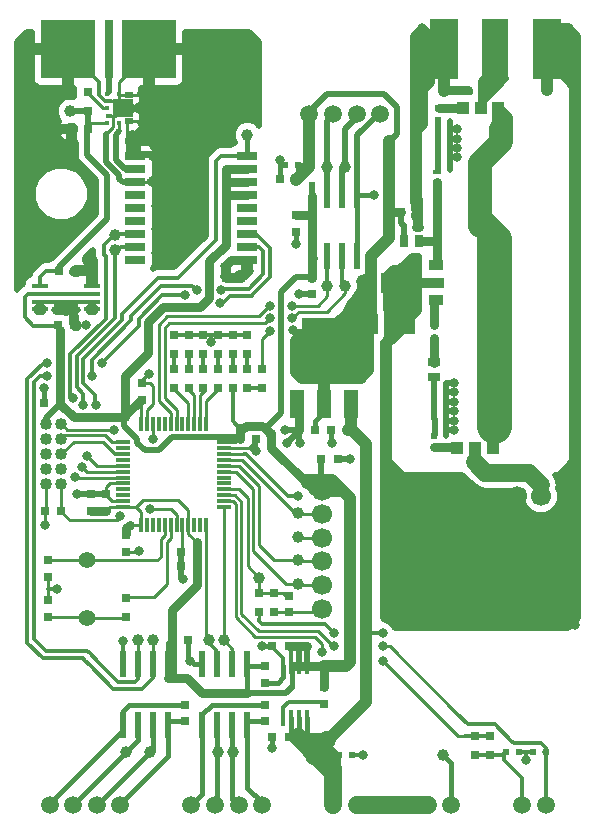
<source format=gtl>
%FSLAX46Y46*%
G04 Gerber Fmt 4.6, Leading zero omitted, Abs format (unit mm)*
G04 Created by KiCad (PCBNEW (2014-jul-16 BZR unknown)-product) date Wed 23 Jul 2014 18:22:31 BST*
%MOMM*%
G01*
G04 APERTURE LIST*
%ADD10C,0.100000*%
%ADD11R,0.800000X0.700000*%
%ADD12R,0.700000X0.800000*%
%ADD13R,0.600000X0.600000*%
%ADD14R,1.200000X1.700000*%
%ADD15R,0.800000X0.800000*%
%ADD16R,0.400000X1.400000*%
%ADD17R,0.600000X2.200000*%
%ADD18C,1.700000*%
%ADD19R,1.800000X0.700000*%
%ADD20R,1.800000X0.800000*%
%ADD21R,0.300000X0.300000*%
%ADD22R,0.600000X0.350000*%
%ADD23R,1.700000X1.600000*%
%ADD24R,0.350000X0.600000*%
%ADD25R,0.300000X1.200000*%
%ADD26R,1.200000X0.300000*%
%ADD27R,1.400000X0.400000*%
%ADD28R,0.640000X1.020000*%
%ADD29R,1.020000X0.640000*%
%ADD30R,0.660000X0.360000*%
%ADD31C,1.016000*%
%ADD32R,0.500000X0.600000*%
%ADD33C,1.400000*%
%ADD34C,1.500000*%
%ADD35R,1.300000X2.400000*%
%ADD36R,3.800000X2.400000*%
%ADD37R,0.800000X5.000000*%
%ADD38R,4.650000X5.000000*%
%ADD39R,2.286000X5.080000*%
%ADD40R,2.413000X5.080000*%
%ADD41R,1.000000X1.000000*%
%ADD42C,1.000000*%
%ADD43R,1.900000X0.900000*%
%ADD44R,1.300000X0.900000*%
%ADD45R,3.500000X1.800000*%
%ADD46C,0.300000*%
%ADD47R,0.600000X0.500000*%
%ADD48C,0.800000*%
%ADD49C,0.400000*%
%ADD50C,0.500000*%
%ADD51C,0.300000*%
%ADD52C,0.800000*%
%ADD53C,1.000000*%
%ADD54C,0.280000*%
%ADD55C,0.250000*%
%ADD56C,1.500000*%
%ADD57C,2.000000*%
%ADD58C,3.000000*%
G04 APERTURE END LIST*
D10*
D11*
X15500000Y16750000D03*
X15500000Y15350000D03*
X22250000Y16750000D03*
X22250000Y15350000D03*
X24900000Y56800000D03*
X24900000Y58200000D03*
D12*
X23500000Y61250000D03*
X24900000Y61250000D03*
X15750000Y22250000D03*
X14350000Y22250000D03*
D11*
X22250000Y20000000D03*
X22250000Y18600000D03*
D12*
X24250000Y14000000D03*
X22850000Y14000000D03*
X24250000Y21750000D03*
X22850000Y21750000D03*
X29250000Y40000000D03*
X27850000Y40000000D03*
X26500000Y40000000D03*
X25100000Y40000000D03*
D11*
X26200000Y52900000D03*
X26200000Y51500000D03*
X27250000Y18250000D03*
X27250000Y16850000D03*
X24250000Y26000000D03*
X24250000Y24600000D03*
D12*
X4900000Y42300000D03*
X3500000Y42300000D03*
X27000000Y37600000D03*
X28400000Y37600000D03*
D13*
X34000000Y57250000D03*
X35000000Y57250000D03*
D12*
X33750000Y58500000D03*
X35150000Y58500000D03*
D14*
X31250000Y49000000D03*
X34350000Y49000000D03*
D13*
X36570000Y39550000D03*
X36570000Y38550000D03*
X36900000Y66250000D03*
X36900000Y67250000D03*
X37600000Y40800000D03*
X36600000Y40800000D03*
X37900000Y64670000D03*
X36900000Y64670000D03*
D11*
X7500000Y33200000D03*
X7500000Y34600000D03*
X10500000Y31100000D03*
X10500000Y29700000D03*
X8800000Y33200000D03*
X8800000Y34600000D03*
D12*
X20100000Y39300000D03*
X21500000Y39300000D03*
D11*
X11800000Y42600000D03*
X11800000Y44000000D03*
D12*
X16500000Y28500000D03*
X15100000Y28500000D03*
X16500000Y29700000D03*
X15100000Y29700000D03*
X17500000Y52900000D03*
X18900000Y52900000D03*
X7250000Y65500000D03*
X5850000Y65500000D03*
X4800000Y53500000D03*
X6200000Y53500000D03*
X4700000Y48900000D03*
X6100000Y48900000D03*
X5000000Y33200000D03*
X3600000Y33200000D03*
D11*
X3900000Y29000000D03*
X3900000Y27600000D03*
X3900000Y24200000D03*
X3900000Y25600000D03*
D15*
X19500000Y46450000D03*
X19500000Y48100000D03*
X20750000Y46450000D03*
X20750000Y48100000D03*
X18250000Y46450000D03*
X18250000Y48100000D03*
X15800000Y46450000D03*
X15800000Y48100000D03*
X17000000Y46450000D03*
X17000000Y48100000D03*
X14500000Y46450000D03*
X14500000Y48100000D03*
D16*
X25750000Y20000000D03*
X25100000Y20000000D03*
X24450000Y20000000D03*
X23800000Y20000000D03*
X23800000Y15600000D03*
X24450000Y15600000D03*
X25100000Y15600000D03*
X25750000Y15600000D03*
D17*
X20750000Y20250000D03*
X19480000Y20250000D03*
X18210000Y20250000D03*
X16940000Y20250000D03*
X16940000Y15043000D03*
X18210000Y15043000D03*
X19480000Y15043000D03*
X20750000Y15043000D03*
X14000000Y20250000D03*
X12730000Y20250000D03*
X11460000Y20250000D03*
X10190000Y20250000D03*
X10190000Y15043000D03*
X11460000Y15043000D03*
X12730000Y15043000D03*
X14000000Y15043000D03*
X26250000Y54750000D03*
X27520000Y54750000D03*
X28790000Y54750000D03*
X30060000Y54750000D03*
X30060000Y59957000D03*
X28790000Y59957000D03*
X27520000Y59957000D03*
X26250000Y59957000D03*
D18*
X45600000Y34400000D03*
X43600000Y34400000D03*
X27100000Y34900000D03*
X27100000Y32900000D03*
X27100000Y30900000D03*
X27100000Y28900000D03*
X27100000Y26900000D03*
X27100000Y24900000D03*
D19*
X11250000Y63250000D03*
D20*
X11250000Y62150000D03*
X11250000Y61050000D03*
X11250000Y59950000D03*
X11250000Y58850000D03*
X11250000Y57750000D03*
X11250000Y56650000D03*
X11250000Y55550000D03*
D19*
X11250000Y54450000D03*
X20750000Y63250000D03*
X20750000Y54450000D03*
D20*
X20750000Y62150000D03*
X20750000Y61050000D03*
X20750000Y59950000D03*
X20750000Y58850000D03*
X20750000Y57750000D03*
X20750000Y56650000D03*
X20750000Y55550000D03*
D21*
X8900000Y66000000D03*
X8900000Y68500000D03*
X8900000Y67250000D03*
X9900000Y66000000D03*
X9900000Y68500000D03*
D22*
X9050000Y66625000D03*
X9050000Y67875000D03*
D23*
X10200000Y67250000D03*
D24*
X10875000Y66150000D03*
X10875000Y68350000D03*
X10525000Y68350000D03*
X10525000Y66150000D03*
D25*
X11750000Y32000000D03*
X12250000Y32000000D03*
X12750000Y32000000D03*
X13250000Y32000000D03*
X13750000Y32000000D03*
X14250000Y32000000D03*
X14750000Y32000000D03*
X15250000Y32000000D03*
X15750000Y32000000D03*
X16250000Y32000000D03*
X16750000Y32000000D03*
X17250000Y32000000D03*
D26*
X18750000Y33500000D03*
X18750000Y34000000D03*
X18750000Y34500000D03*
X18750000Y35000000D03*
X18750000Y35500000D03*
X18750000Y36000000D03*
X18750000Y36500000D03*
X18750000Y37000000D03*
X18750000Y37500000D03*
X18750000Y38000000D03*
X18750000Y38500000D03*
X18750000Y39000000D03*
D25*
X17250000Y40500000D03*
X16750000Y40500000D03*
X16250000Y40500000D03*
X15750000Y40500000D03*
X15250000Y40500000D03*
X14750000Y40500000D03*
X14250000Y40500000D03*
X13750000Y40500000D03*
X13250000Y40500000D03*
X12750000Y40500000D03*
X12250000Y40500000D03*
X11750000Y40500000D03*
D26*
X10250000Y39000000D03*
X10250000Y38500000D03*
X10250000Y38000000D03*
X10250000Y37500000D03*
X10250000Y37000000D03*
X10250000Y36500000D03*
X10250000Y36000000D03*
X10250000Y35500000D03*
X10250000Y35000000D03*
X10250000Y34500000D03*
X10250000Y34000000D03*
X10250000Y33500000D03*
D27*
X3200000Y52200000D03*
X3200000Y51550000D03*
X3200000Y50900000D03*
X3200000Y50250000D03*
X7600000Y50250000D03*
X7600000Y50900000D03*
X7600000Y51550000D03*
X7600000Y52200000D03*
D28*
X35250000Y56000000D03*
X33970000Y56000000D03*
D29*
X36580000Y45790000D03*
X36580000Y44510000D03*
D30*
X36760000Y61860000D03*
X36760000Y61040000D03*
D31*
X3730000Y40500000D03*
X5000000Y40500000D03*
X3730000Y39230000D03*
X5000000Y39230000D03*
X3730000Y37960000D03*
X5000000Y37960000D03*
X3730000Y36690000D03*
X5000000Y36690000D03*
X3730000Y35420000D03*
X5000000Y35420000D03*
D15*
X21750000Y26250000D03*
X21750000Y24650000D03*
X23000000Y26250000D03*
X23000000Y24650000D03*
D32*
X36580000Y48890000D03*
X36580000Y47790000D03*
D15*
X41250000Y12500000D03*
X41250000Y14100000D03*
X40000000Y12500000D03*
X40000000Y14100000D03*
X7250000Y67000000D03*
X7250000Y68600000D03*
X20750000Y45200000D03*
X20750000Y43600000D03*
X19500000Y45200000D03*
X19500000Y43600000D03*
X22000000Y45200000D03*
X22000000Y43600000D03*
X18250000Y45200000D03*
X18250000Y43600000D03*
X15800000Y45200000D03*
X15800000Y43600000D03*
X17000000Y45200000D03*
X17000000Y43600000D03*
X14500000Y45200000D03*
X14500000Y43600000D03*
X10500000Y24200000D03*
X10500000Y25800000D03*
D33*
X7200000Y29000000D03*
X7200000Y24120000D03*
D34*
X26000000Y66750000D03*
X28000000Y66750000D03*
X30000000Y66750000D03*
X32000000Y66750000D03*
X10000000Y8250000D03*
X8000000Y8250000D03*
X6000000Y8250000D03*
X4000000Y8250000D03*
X22000000Y8250000D03*
X20000000Y8250000D03*
X18000000Y8250000D03*
X16000000Y8250000D03*
X46000000Y8250000D03*
X44000000Y8250000D03*
X30000000Y8250000D03*
X28000000Y8250000D03*
X38000000Y8250000D03*
X36000000Y8250000D03*
D35*
X27250000Y42250000D03*
X24950000Y42250000D03*
X29550000Y42250000D03*
D36*
X27250000Y48350000D03*
D37*
X9000000Y72250000D03*
D38*
X5575000Y72250000D03*
X12425000Y72250000D03*
D39*
X41750000Y72250000D03*
D40*
X37368500Y72250000D03*
X46131500Y72250000D03*
D41*
X40500000Y67250000D03*
X39000000Y67250000D03*
X42000000Y67250000D03*
X40000000Y38500000D03*
X41500000Y38500000D03*
X38500000Y38500000D03*
D42*
X25000000Y27000000D03*
X25000000Y29000000D03*
X25000000Y31000000D03*
X25000000Y33000000D03*
X9500000Y56500000D03*
X9500000Y55250000D03*
X20750000Y65000000D03*
X5750000Y67000000D03*
X18750000Y22250000D03*
X17500000Y22250000D03*
X27500000Y52250000D03*
X29000000Y52250000D03*
X21750000Y27500000D03*
X37300000Y12500000D03*
X27500000Y13750000D03*
X29000000Y62250000D03*
X27500000Y62250000D03*
X10500000Y12750000D03*
X11500000Y22250000D03*
X18250000Y12750000D03*
X12500000Y12750000D03*
X12750000Y22250000D03*
X19500000Y12750000D03*
X29800000Y50400000D03*
X27250000Y20000000D03*
D43*
X36450000Y52500000D03*
D44*
X36750000Y51000000D03*
X36750000Y54000000D03*
D45*
X33750000Y52500000D03*
D46*
X36450000Y52500000D03*
X37050000Y52500000D03*
X35850000Y52500000D03*
X35250000Y52500000D03*
X34650000Y52500000D03*
X34050000Y52500000D03*
X33450000Y52500000D03*
X32850000Y52500000D03*
X32250000Y52500000D03*
X35250000Y53000000D03*
X34650000Y53000000D03*
X34050000Y53000000D03*
X33450000Y53000000D03*
X32850000Y53000000D03*
X32850000Y52000000D03*
X33450000Y52000000D03*
X34050000Y52000000D03*
X34650000Y52000000D03*
X35250000Y52000000D03*
X32250000Y52000000D03*
X32250000Y53000000D03*
D47*
X25000000Y62500000D03*
X23900000Y62500000D03*
X28500000Y12500000D03*
X29600000Y12500000D03*
X40500000Y68700000D03*
X39400000Y68700000D03*
X43700000Y12800000D03*
X42600000Y12800000D03*
X44900000Y12800000D03*
X46000000Y12800000D03*
D48*
X24100000Y38900000D03*
X23900000Y40000000D03*
X30500000Y12500000D03*
X44300000Y12100000D03*
X48500000Y34000000D03*
X48500000Y36000000D03*
X48500000Y38000000D03*
X48500000Y40000000D03*
X48500000Y42000000D03*
X48500000Y44000000D03*
X48500000Y46000000D03*
X48500000Y48000000D03*
X48500000Y50000000D03*
X48500000Y52000000D03*
X48500000Y54000000D03*
X48500000Y56000000D03*
X48500000Y58000000D03*
X48500000Y60000000D03*
X48500000Y62000000D03*
X48500000Y64000000D03*
X48500000Y66000000D03*
X48500000Y68000000D03*
X48500000Y70000000D03*
X48500000Y72000000D03*
X34500000Y23500000D03*
X36500000Y23500000D03*
X38500000Y23500000D03*
X40500000Y23500000D03*
X42500000Y23500000D03*
X44500000Y23500000D03*
X46500000Y23500000D03*
X48500000Y23500000D03*
X48500000Y26000000D03*
X48500000Y28000000D03*
X48500000Y30000000D03*
X48500000Y32000000D03*
X32500000Y35000000D03*
X32500000Y33000000D03*
X32500000Y31000000D03*
X32500000Y29000000D03*
X32500000Y27000000D03*
X32500000Y25000000D03*
X32500000Y47500000D03*
X32500000Y45500000D03*
X32500000Y43500000D03*
X32500000Y41500000D03*
X32500000Y39500000D03*
X32500000Y37500000D03*
X33500000Y36000000D03*
X35500000Y36000000D03*
X37500000Y36000000D03*
X34300000Y50700000D03*
X33000000Y50500000D03*
X29400000Y37600000D03*
X37400000Y68800000D03*
X21500000Y38250000D03*
X35000000Y54500000D03*
X35000000Y62000000D03*
X35000000Y64000000D03*
X35000000Y66000000D03*
X35000000Y68000000D03*
X35000000Y70000000D03*
X35000000Y72000000D03*
X35000000Y59750000D03*
X38500000Y65500000D03*
X38500000Y63100000D03*
X38500000Y63900000D03*
X38500000Y64700000D03*
X38200000Y44000000D03*
X38200000Y43200000D03*
X38200000Y42400000D03*
X38200000Y41600000D03*
X38200000Y40000000D03*
X38200000Y40800000D03*
X20200000Y52900000D03*
X6300000Y34600000D03*
X15300000Y27400000D03*
X46100000Y68800000D03*
X12400000Y69100000D03*
X5600000Y68800000D03*
X23500000Y62900000D03*
X24900000Y55800000D03*
X31500000Y59900000D03*
X11600000Y29800000D03*
X3600000Y32000000D03*
X7100000Y48900000D03*
X4900000Y65500000D03*
X12000000Y66100000D03*
X12000000Y68300000D03*
X12000000Y67200000D03*
X25200000Y38900000D03*
X27900000Y38900000D03*
X15900000Y20500000D03*
X22000000Y21700000D03*
X22800000Y13100000D03*
X10200000Y22200000D03*
X4600000Y26600000D03*
X7200000Y54300000D03*
X17650000Y47450000D03*
X12450000Y44800000D03*
X25100000Y51500000D03*
X3500000Y43600000D03*
X2000000Y72000000D03*
X2000000Y70000000D03*
X2000000Y68000000D03*
X2000000Y66000000D03*
X2000000Y64000000D03*
X2000000Y62000000D03*
X2000000Y60000000D03*
X2000000Y58000000D03*
X2000000Y56000000D03*
X2000000Y54000000D03*
X4000000Y55000000D03*
X6000000Y57000000D03*
X7000000Y58000000D03*
X6000000Y63000000D03*
X4000000Y67000000D03*
X16000000Y73000000D03*
X18000000Y73000000D03*
X20000000Y73000000D03*
X21000000Y72000000D03*
X21000000Y70000000D03*
X21000000Y68000000D03*
X20000000Y67000000D03*
X19000000Y65000000D03*
X17000000Y64000000D03*
X17000000Y62000000D03*
X17000000Y60000000D03*
X17000000Y58000000D03*
X16000000Y56000000D03*
X15000000Y55000000D03*
X14000000Y54000000D03*
X13000000Y55000000D03*
X13000000Y57000000D03*
X13000000Y59000000D03*
X13000000Y61000000D03*
X13000000Y63000000D03*
X13000000Y65000000D03*
X13000000Y67000000D03*
X14000000Y68000000D03*
X16000000Y69000000D03*
X16000000Y71000000D03*
X18000000Y71000000D03*
X19000000Y69000000D03*
X17000000Y67000000D03*
X15000000Y65000000D03*
X15000000Y63000000D03*
X15000000Y61000000D03*
X15000000Y59000000D03*
X15000000Y57000000D03*
X22700000Y48400000D03*
X24600000Y48450000D03*
X32200000Y22800000D03*
X28100000Y22800000D03*
X10000000Y32700000D03*
X12500000Y33300000D03*
X15450000Y51450000D03*
X18450000Y50800000D03*
X8400000Y45700000D03*
X3800000Y45700000D03*
X18550000Y51850000D03*
X16450000Y51850000D03*
X3800000Y44600000D03*
X7600000Y44600000D03*
X22700000Y50550000D03*
X24500000Y50550000D03*
X24550000Y49500000D03*
X22700000Y49500000D03*
X27100000Y21200000D03*
X32200000Y20500000D03*
X28100000Y21700000D03*
X32200000Y21700000D03*
X7900000Y42150000D03*
X7200000Y37850000D03*
X6750000Y36900000D03*
X6850000Y42150000D03*
X6150000Y36050000D03*
X5950000Y42700000D03*
X25000000Y34400000D03*
X12750000Y39250000D03*
X9450000Y40050000D03*
D49*
X10190000Y15043000D02*
X10190000Y16190000D01*
X10750000Y16750000D02*
X15500000Y16750000D01*
X10190000Y16190000D02*
X10750000Y16750000D01*
X10190000Y15043000D02*
X10190000Y14590000D01*
X10190000Y14590000D02*
X4000000Y8400000D01*
X4000000Y8400000D02*
X4000000Y8250000D01*
X4000000Y8500000D02*
X4000000Y8250000D01*
X15500000Y15350000D02*
X14100000Y15350000D01*
X14100000Y15350000D02*
X14000000Y15250000D01*
X14000000Y15250000D02*
X14000000Y15043000D01*
X14000000Y14000000D02*
X14000000Y15043000D01*
X14000000Y15043000D02*
X14000000Y12400000D01*
X14000000Y12400000D02*
X9900000Y8300000D01*
X9900000Y8300000D02*
X10000000Y8250000D01*
X14000000Y14750000D02*
X14000000Y15043000D01*
X16940000Y15043000D02*
X16940000Y15940000D01*
X16940000Y15940000D02*
X17750000Y16750000D01*
X17750000Y16750000D02*
X22250000Y16750000D01*
X16940000Y15043000D02*
X16940000Y9190000D01*
X16940000Y9190000D02*
X16000000Y8250000D01*
X22250000Y15350000D02*
X20850000Y15350000D01*
X20850000Y15350000D02*
X20750000Y15250000D01*
X20750000Y15250000D02*
X20750000Y15043000D01*
X20750000Y15043000D02*
X20750000Y9750000D01*
X20750000Y9750000D02*
X22000000Y8500000D01*
X22000000Y8500000D02*
X22000000Y8250000D01*
D50*
X25100000Y40000000D02*
X25100000Y39900000D01*
X25100000Y39900000D02*
X24100000Y38900000D01*
X25100000Y40000000D02*
X23900000Y40000000D01*
D51*
X29600000Y12500000D02*
X30500000Y12500000D01*
X44300000Y12800000D02*
X44300000Y12100000D01*
X43700000Y12800000D02*
X44300000Y12800000D01*
X44300000Y12800000D02*
X44900000Y12800000D01*
X23500000Y61250000D02*
X23500000Y62400000D01*
X23500000Y62400000D02*
X23600000Y62500000D01*
X23600000Y62500000D02*
X23900000Y62500000D01*
D50*
X34500000Y23500000D02*
X34000000Y23500000D01*
X48500000Y38000000D02*
X48500000Y36000000D01*
X48500000Y42000000D02*
X48500000Y40000000D01*
X48500000Y46000000D02*
X48500000Y44000000D01*
X48500000Y50000000D02*
X48500000Y48000000D01*
X48500000Y54000000D02*
X48500000Y52000000D01*
X48500000Y58000000D02*
X48500000Y56000000D01*
X48500000Y62000000D02*
X48500000Y60000000D01*
X48500000Y66000000D02*
X48500000Y64000000D01*
X48500000Y70000000D02*
X48500000Y68000000D01*
X48250000Y72250000D02*
X48500000Y72000000D01*
X46131500Y72250000D02*
X48250000Y72250000D01*
X36500000Y23500000D02*
X34500000Y23500000D01*
X40500000Y23500000D02*
X38500000Y23500000D01*
X44500000Y23500000D02*
X42500000Y23500000D01*
X48500000Y23500000D02*
X46500000Y23500000D01*
X48500000Y28000000D02*
X48500000Y26000000D01*
X48500000Y32000000D02*
X48500000Y30000000D01*
X32500000Y35000000D02*
X32500000Y36000000D01*
X32500000Y31000000D02*
X32500000Y33000000D01*
X32500000Y27000000D02*
X32500000Y29000000D01*
X34000000Y23500000D02*
X32500000Y25000000D01*
X34350000Y49000000D02*
X34000000Y49000000D01*
X34000000Y49000000D02*
X32500000Y47500000D01*
X32500000Y47500000D02*
X33000000Y47500000D01*
X32500000Y36000000D02*
X32500000Y37500000D01*
X32500000Y43500000D02*
X32500000Y45500000D01*
X32500000Y39500000D02*
X32500000Y41500000D01*
X33000000Y47500000D02*
X34500000Y49000000D01*
X34500000Y49000000D02*
X34350000Y49000000D01*
X32500000Y36000000D02*
X33000000Y36000000D01*
X33000000Y36000000D02*
X33500000Y36000000D01*
X35500000Y36000000D02*
X37500000Y36000000D01*
X34300000Y50700000D02*
X33200000Y50700000D01*
X34350000Y50650000D02*
X34300000Y50700000D01*
X34350000Y49000000D02*
X34350000Y50650000D01*
X33200000Y50700000D02*
X33000000Y50500000D01*
X28400000Y37600000D02*
X29400000Y37600000D01*
D49*
X39600000Y68600000D02*
X39600000Y68700000D01*
X39300000Y68700000D02*
X39200000Y68800000D01*
D52*
X39250000Y68800000D02*
X39400000Y68800000D01*
X39400000Y68800000D02*
X39200000Y68800000D01*
X39200000Y68800000D02*
X37400000Y68800000D01*
D53*
X37368500Y68831500D02*
X37368500Y68700000D01*
X37368500Y68831500D02*
X37400000Y68800000D01*
D51*
X37400000Y68700000D02*
X37368500Y68700000D01*
D50*
X8800000Y62700000D02*
X9900000Y61600000D01*
X8800000Y65100000D02*
X8800000Y62700000D01*
D54*
X9400000Y65700000D02*
X8800000Y65100000D01*
X9400000Y66600000D02*
X9400000Y65700000D01*
D50*
X10200000Y61000000D02*
X11200000Y61000000D01*
X9900000Y61300000D02*
X10200000Y61000000D01*
X9900000Y61600000D02*
X9900000Y61300000D01*
D54*
X11200000Y61000000D02*
X11250000Y61050000D01*
X11250000Y61050000D02*
X12850000Y61050000D01*
X12900000Y61000000D02*
X13000000Y61000000D01*
X12850000Y61050000D02*
X12900000Y61000000D01*
X10200000Y67250000D02*
X10050000Y67250000D01*
X10050000Y67250000D02*
X9400000Y66600000D01*
D51*
X21300000Y38900000D02*
X21300000Y38700000D01*
X21400000Y38500000D02*
X21300000Y38600000D01*
X21400000Y38600000D02*
X21400000Y38500000D01*
X21400000Y38200000D02*
X21400000Y38600000D01*
X21300000Y38700000D02*
X21400000Y38600000D01*
X21500000Y38200000D02*
X21400000Y38200000D01*
X21400000Y38200000D02*
X21300000Y38200000D01*
X21300000Y38200000D02*
X21000000Y38500000D01*
D50*
X33750000Y52500000D02*
X34000000Y52500000D01*
X34000000Y52500000D02*
X35000000Y53500000D01*
X35000000Y53500000D02*
X35000000Y54500000D01*
X37368500Y72250000D02*
X35250000Y72250000D01*
X35000000Y66000000D02*
X35000000Y64000000D01*
X35000000Y70000000D02*
X35000000Y68000000D01*
X35250000Y72250000D02*
X35000000Y72000000D01*
D52*
X35150000Y59600000D02*
X35000000Y59750000D01*
X35150000Y59600000D02*
X35150000Y58500000D01*
D50*
X37900000Y65500000D02*
X38500000Y65500000D01*
X37900000Y63100000D02*
X38500000Y63100000D01*
X37900000Y63900000D02*
X38500000Y63900000D01*
X37900000Y64670000D02*
X38470000Y64670000D01*
X38470000Y64670000D02*
X38500000Y64700000D01*
X37600000Y44000000D02*
X38200000Y44000000D01*
X37600000Y43200000D02*
X38200000Y43200000D01*
X37600000Y42400000D02*
X38200000Y42400000D01*
X37600000Y41600000D02*
X38200000Y41600000D01*
X37600000Y40000000D02*
X38200000Y40000000D01*
X37600000Y40800000D02*
X38200000Y40800000D01*
X37600000Y40800000D02*
X37600000Y41600000D01*
X37600000Y41600000D02*
X37600000Y41700000D01*
X37600000Y41700000D02*
X37600000Y42400000D01*
X37600000Y42400000D02*
X37600000Y43200000D01*
X37600000Y43200000D02*
X37600000Y44000000D01*
X37600000Y44000000D02*
X37600000Y43900000D01*
X37600000Y39800000D02*
X37600000Y40000000D01*
X37600000Y40000000D02*
X37600000Y39700000D01*
X37900000Y62900000D02*
X37900000Y63100000D01*
X37900000Y63100000D02*
X37900000Y62000000D01*
X37900000Y63700000D02*
X37900000Y63900000D01*
X37900000Y63900000D02*
X37900000Y63300000D01*
X37900000Y65300000D02*
X37900000Y65500000D01*
X37900000Y65500000D02*
X37900000Y65400000D01*
D52*
X18900000Y52900000D02*
X20200000Y52900000D01*
X20750000Y54450000D02*
X19350000Y54450000D01*
X18900000Y54000000D02*
X18900000Y53000000D01*
X19350000Y54450000D02*
X18900000Y54000000D01*
X18900000Y53000000D02*
X18900000Y52900000D01*
D50*
X6300000Y34600000D02*
X7500000Y34600000D01*
X8800000Y34600000D02*
X7600000Y34600000D01*
X7600000Y34600000D02*
X7500000Y34600000D01*
D54*
X15250000Y32000000D02*
X15250000Y29850000D01*
X15250000Y29850000D02*
X15100000Y29700000D01*
D50*
X15100000Y28500000D02*
X15100000Y27600000D01*
X15100000Y27600000D02*
X15300000Y27400000D01*
X15100000Y29700000D02*
X15100000Y28500000D01*
X37900000Y64670000D02*
X37900000Y65300000D01*
X37900000Y65400000D02*
X37900000Y66100000D01*
X37900000Y66100000D02*
X37900000Y66200000D01*
X37900000Y64670000D02*
X37900000Y64000000D01*
X37900000Y64000000D02*
X37900000Y63700000D01*
X37900000Y63300000D02*
X37900000Y62900000D01*
X37600000Y40800000D02*
X37600000Y39800000D01*
X37600000Y39700000D02*
X37600000Y39500000D01*
D53*
X37368500Y72250000D02*
X37368500Y68700000D01*
X46131500Y72250000D02*
X46131500Y68831500D01*
X46131500Y68831500D02*
X46100000Y68800000D01*
X12425000Y72250000D02*
X12425000Y69125000D01*
X12425000Y69125000D02*
X12400000Y69100000D01*
X5575000Y72250000D02*
X5575000Y68825000D01*
X5575000Y68825000D02*
X5600000Y68800000D01*
D51*
X9050000Y67875000D02*
X8725000Y67875000D01*
X8200000Y69500000D02*
X7800000Y69900000D01*
X8200000Y68400000D02*
X8200000Y69500000D01*
X8725000Y67875000D02*
X8200000Y68400000D01*
X7800000Y69900000D02*
X5575000Y72250000D01*
D54*
X24250000Y24600000D02*
X26600000Y24600000D01*
X26600000Y24600000D02*
X27000000Y25000000D01*
X27000000Y25000000D02*
X27100000Y24900000D01*
X23000000Y24650000D02*
X24100000Y24650000D01*
X24100000Y24650000D02*
X24250000Y24500000D01*
X24250000Y24500000D02*
X24250000Y24600000D01*
D51*
X21500000Y39300000D02*
X21500000Y38200000D01*
X21500000Y38200000D02*
X21500000Y38250000D01*
D52*
X35150000Y58500000D02*
X35150000Y57350000D01*
X35150000Y57350000D02*
X35250000Y57250000D01*
X35250000Y57250000D02*
X35000000Y57250000D01*
D51*
X37500000Y70800000D02*
X37500000Y71200000D01*
X37500000Y71200000D02*
X37368500Y72250000D01*
D50*
X30060000Y59957000D02*
X30060000Y64960000D01*
X30060000Y64960000D02*
X31900000Y66800000D01*
X31900000Y66800000D02*
X32000000Y66750000D01*
D49*
X23500000Y61250000D02*
X23500000Y62900000D01*
X24900000Y56800000D02*
X24900000Y55800000D01*
X30060000Y59957000D02*
X31443000Y59957000D01*
X31443000Y59957000D02*
X31500000Y59900000D01*
X30060000Y54750000D02*
X30060000Y59960000D01*
X30060000Y59960000D02*
X30100000Y60000000D01*
X30100000Y60000000D02*
X30060000Y59957000D01*
D55*
X10500000Y29700000D02*
X11500000Y29700000D01*
X11500000Y29700000D02*
X11600000Y29800000D01*
X3600000Y33200000D02*
X3600000Y32000000D01*
X6100000Y48900000D02*
X7100000Y48900000D01*
X5850000Y65500000D02*
X4900000Y65500000D01*
X10875000Y66150000D02*
X11950000Y66150000D01*
X11950000Y66150000D02*
X12000000Y66100000D01*
X10875000Y68350000D02*
X11950000Y68350000D01*
X11950000Y68350000D02*
X12000000Y68300000D01*
X10200000Y67250000D02*
X11950000Y67250000D01*
X11950000Y67250000D02*
X12000000Y67200000D01*
X10875000Y66150000D02*
X10550000Y66150000D01*
X10550000Y66150000D02*
X10500000Y66100000D01*
X10500000Y66100000D02*
X10525000Y66150000D01*
X9050000Y67875000D02*
X9425000Y67875000D01*
X9425000Y67875000D02*
X9600000Y67700000D01*
X9600000Y67700000D02*
X9600000Y66700000D01*
X9600000Y66700000D02*
X9500000Y66600000D01*
X9500000Y66600000D02*
X9000000Y66600000D01*
X9000000Y66600000D02*
X9050000Y66625000D01*
X9050000Y67875000D02*
X9875000Y67875000D01*
X9875000Y67875000D02*
X9900000Y67900000D01*
X9900000Y67900000D02*
X9900000Y68500000D01*
X10525000Y68350000D02*
X10050000Y68350000D01*
X10050000Y68350000D02*
X9900000Y68500000D01*
X10875000Y68350000D02*
X10550000Y68350000D01*
X10550000Y68350000D02*
X10500000Y68300000D01*
X10500000Y68300000D02*
X10525000Y68350000D01*
X9900000Y68500000D02*
X9900000Y69500000D01*
X9900000Y69500000D02*
X10400000Y70000000D01*
X10400000Y70000000D02*
X12425000Y72250000D01*
X9400000Y66600000D02*
X10200000Y67250000D01*
X10525000Y66150000D02*
X10525000Y63275000D01*
X10525000Y63275000D02*
X10600000Y63200000D01*
X10600000Y63200000D02*
X11250000Y63250000D01*
D51*
X6200000Y53500000D02*
X7200000Y53500000D01*
X7700000Y53000000D02*
X7700000Y52300000D01*
X7200000Y53500000D02*
X7700000Y53000000D01*
X7200000Y53500000D02*
X7200000Y53500000D01*
X7700000Y52300000D02*
X7600000Y52200000D01*
X7700000Y50900000D02*
X7600000Y50900000D01*
X6100000Y48900000D02*
X6100000Y50800000D01*
X6100000Y50800000D02*
X6000000Y50900000D01*
X7600000Y50900000D02*
X7600000Y50300000D01*
X7600000Y50300000D02*
X7600000Y50250000D01*
X3200000Y50900000D02*
X6000000Y50900000D01*
X6000000Y50900000D02*
X7700000Y50900000D01*
X7700000Y50900000D02*
X7600000Y50900000D01*
X3200000Y50900000D02*
X3200000Y50200000D01*
X3200000Y50200000D02*
X3200000Y50250000D01*
D54*
X3730000Y35420000D02*
X3730000Y33230000D01*
X3730000Y33230000D02*
X3700000Y33200000D01*
X3700000Y33200000D02*
X3600000Y33200000D01*
X11900000Y43900000D02*
X11800000Y44000000D01*
D52*
X25100000Y40000000D02*
X25100000Y41900000D01*
D49*
X25100000Y41900000D02*
X25000000Y42000000D01*
X25000000Y42000000D02*
X24950000Y42250000D01*
D54*
X18750000Y38500000D02*
X21000000Y38500000D01*
X21000000Y38500000D02*
X20900000Y38500000D01*
X20900000Y38500000D02*
X21300000Y38900000D01*
X21300000Y38900000D02*
X21500000Y39100000D01*
X21500000Y39100000D02*
X21500000Y39300000D01*
X3900000Y25600000D02*
X3900000Y26600000D01*
X3900000Y26600000D02*
X3900000Y27500000D01*
X3900000Y27500000D02*
X3900000Y27600000D01*
X10250000Y35500000D02*
X9100000Y35500000D01*
X8800000Y35200000D02*
X8800000Y34600000D01*
X9100000Y35500000D02*
X8800000Y35200000D01*
X10250000Y34000000D02*
X9300000Y34000000D01*
X9300000Y34000000D02*
X8700000Y34600000D01*
X8700000Y34600000D02*
X8800000Y34600000D01*
X7400000Y34600000D02*
X7500000Y34600000D01*
D50*
X25100000Y40000000D02*
X25100000Y39000000D01*
D49*
X25100000Y39000000D02*
X25200000Y38900000D01*
X27850000Y40000000D02*
X27850000Y38950000D01*
X27850000Y38950000D02*
X27900000Y38900000D01*
X38000000Y8250000D02*
X38000000Y11800000D01*
X38000000Y11800000D02*
X37300000Y12500000D01*
X16940000Y20250000D02*
X16250000Y20250000D01*
X15750000Y20650000D02*
X15900000Y20500000D01*
X15750000Y20650000D02*
X15750000Y22250000D01*
X16000000Y20500000D02*
X15900000Y20500000D01*
X16250000Y20250000D02*
X16000000Y20500000D01*
X22850000Y21750000D02*
X22050000Y21750000D01*
X22050000Y21750000D02*
X22000000Y21700000D01*
X22250000Y18600000D02*
X23300000Y18600000D01*
X23800000Y19100000D02*
X23800000Y20000000D01*
X23300000Y18600000D02*
X23800000Y19100000D01*
X22850000Y14000000D02*
X22850000Y13150000D01*
X22850000Y13150000D02*
X22800000Y13100000D01*
D51*
X23800000Y20000000D02*
X23800000Y20700000D01*
X23800000Y20700000D02*
X22750000Y21750000D01*
X22750000Y21750000D02*
X22850000Y21750000D01*
X10190000Y22190000D02*
X10200000Y22200000D01*
X10190000Y20250000D02*
X10190000Y22190000D01*
X3900000Y26600000D02*
X4600000Y26600000D01*
X7200000Y53500000D02*
X7200000Y54300000D01*
D54*
X11750000Y44000000D02*
X11800000Y44000000D01*
X12250000Y41750000D02*
X12750000Y42250000D01*
X12750000Y42250000D02*
X12750000Y43750000D01*
X12750000Y43750000D02*
X12500000Y44000000D01*
X12500000Y44000000D02*
X11750000Y44000000D01*
X12250000Y40500000D02*
X12250000Y41750000D01*
D51*
X15850000Y48100000D02*
X15800000Y48100000D01*
X14500000Y48100000D02*
X15850000Y48100000D01*
X17100000Y48100000D02*
X17000000Y48100000D01*
X15800000Y48100000D02*
X17100000Y48100000D01*
X18200000Y48050000D02*
X18250000Y48100000D01*
X18150000Y48100000D02*
X18200000Y48050000D01*
X17650000Y48100000D02*
X18150000Y48100000D01*
X17000000Y48100000D02*
X17650000Y48100000D01*
X19550000Y48100000D02*
X19500000Y48100000D01*
X18250000Y48100000D02*
X19550000Y48100000D01*
X20650000Y48100000D02*
X20750000Y48100000D01*
X19500000Y48100000D02*
X20650000Y48100000D01*
X17650000Y48100000D02*
X17650000Y47450000D01*
X11800000Y44150000D02*
X12450000Y44800000D01*
X11800000Y44000000D02*
X11800000Y44150000D01*
D50*
X25100000Y51500000D02*
X26200000Y51500000D01*
D49*
X3500000Y42300000D02*
X3500000Y43600000D01*
D51*
X2250000Y72250000D02*
X2000000Y72000000D01*
X2000000Y70000000D02*
X2000000Y68000000D01*
X2000000Y66000000D02*
X2000000Y64000000D01*
X2000000Y62000000D02*
X2000000Y60000000D01*
X2000000Y58000000D02*
X2000000Y56000000D01*
X2000000Y54000000D02*
X3000000Y55000000D01*
X3000000Y55000000D02*
X4000000Y55000000D01*
X6000000Y57000000D02*
X7000000Y58000000D01*
X6000000Y63000000D02*
X4000000Y65000000D01*
X4000000Y65000000D02*
X4000000Y67000000D01*
X5575000Y72250000D02*
X2250000Y72250000D01*
X16000000Y73000000D02*
X18000000Y73000000D01*
X20000000Y73000000D02*
X21000000Y72000000D01*
X21000000Y70000000D02*
X21000000Y68000000D01*
X20000000Y67000000D02*
X19000000Y66000000D01*
X19000000Y66000000D02*
X19000000Y65000000D01*
X17000000Y64000000D02*
X17000000Y62000000D01*
X17000000Y60000000D02*
X17000000Y58000000D01*
X16000000Y56000000D02*
X15000000Y55000000D01*
X14000000Y54000000D02*
X13000000Y55000000D01*
X13000000Y57000000D02*
X13000000Y59000000D01*
X13000000Y61000000D02*
X13000000Y63000000D01*
X13000000Y65000000D02*
X13000000Y67000000D01*
X14000000Y68000000D02*
X15000000Y68000000D01*
X15000000Y68000000D02*
X16000000Y69000000D01*
X16000000Y71000000D02*
X18000000Y71000000D01*
X19000000Y69000000D02*
X17000000Y67000000D01*
X15000000Y65000000D02*
X15000000Y63000000D01*
X15000000Y61000000D02*
X15000000Y59000000D01*
D50*
X27000000Y37600000D02*
X27000000Y35000000D01*
X27000000Y35000000D02*
X27200000Y34800000D01*
X27200000Y34800000D02*
X27100000Y34900000D01*
D52*
X14350000Y22250000D02*
X14350000Y19375000D01*
X14350000Y19375000D02*
X14125000Y19150000D01*
X20750000Y17750000D02*
X16925000Y17750000D01*
X14025000Y19050000D02*
X14000000Y19050000D01*
X15625000Y19050000D02*
X14025000Y19050000D01*
X16925000Y17750000D02*
X15625000Y19050000D01*
D51*
X19700000Y39414286D02*
X19700000Y39300000D01*
X19600000Y39200000D02*
X19600000Y39100000D01*
X19700000Y39300000D02*
X19600000Y39200000D01*
X19400000Y39400000D02*
X19400000Y39300000D01*
X19400000Y39300000D02*
X19600000Y39100000D01*
X19600000Y39100000D02*
X19500000Y39200000D01*
X19500000Y39200000D02*
X19500000Y39400000D01*
D52*
X20750000Y59950000D02*
X18950000Y59950000D01*
X18900000Y60000000D02*
X18900000Y59700000D01*
X18950000Y59950000D02*
X18900000Y60000000D01*
X18900000Y59700000D02*
X18900000Y59700000D01*
X18900000Y61100000D02*
X18900000Y61050000D01*
X18900000Y59800000D02*
X18900000Y61100000D01*
X18900000Y59700000D02*
X18900000Y59800000D01*
D50*
X26000000Y53000000D02*
X26200000Y52900000D01*
X22300000Y40100000D02*
X22300000Y40200000D01*
X23600000Y46600000D02*
X23600000Y46500000D01*
X23600000Y41500000D02*
X23600000Y46600000D01*
X22300000Y40200000D02*
X23600000Y41500000D01*
D52*
X26100000Y52900000D02*
X26200000Y52900000D01*
D54*
X15750000Y32000000D02*
X15750000Y31250000D01*
D52*
X16500000Y30500000D02*
X16500000Y29600000D01*
D54*
X15750000Y31250000D02*
X16500000Y30500000D01*
X16500000Y29600000D02*
X16500000Y29700000D01*
D52*
X16500000Y28500000D02*
X16509998Y28500000D01*
X16509998Y28500000D02*
X16509998Y29700000D01*
X16509998Y29700000D02*
X16500000Y29700000D01*
X14350000Y24700000D02*
X14350000Y24750000D01*
X14350000Y24750000D02*
X16509998Y26909998D01*
X16509998Y26909998D02*
X16509998Y28500000D01*
X14350000Y22250000D02*
X14350000Y24700000D01*
X14350000Y24700000D02*
X14350000Y24650000D01*
X25750000Y20000000D02*
X24700000Y20000000D01*
X27250000Y20000000D02*
X26000000Y20000000D01*
X27000000Y20000000D02*
X27250000Y20000000D01*
X27100000Y34900000D02*
X26350000Y34900000D01*
X25750000Y35500000D02*
X22750000Y38500000D01*
X26350000Y34900000D02*
X25750000Y35500000D01*
X22750000Y39750000D02*
X22750000Y39650000D01*
X22750000Y38500000D02*
X22750000Y39750000D01*
D54*
X11750000Y40500000D02*
X11750000Y42450000D01*
D52*
X20750000Y62150000D02*
X18950000Y62150000D01*
X18900000Y61000000D02*
X18900000Y62100000D01*
D49*
X18950000Y61050000D02*
X18900000Y61000000D01*
D52*
X18900000Y61050000D02*
X18950000Y61050000D01*
D49*
X18950000Y62150000D02*
X18900000Y62100000D01*
D52*
X20750000Y61050000D02*
X18900000Y61050000D01*
D54*
X19000000Y39000000D02*
X18750000Y39000000D01*
D52*
X26200000Y52900000D02*
X26200000Y54500000D01*
X26200000Y54500000D02*
X26300000Y54600000D01*
X26300000Y54600000D02*
X26250000Y54750000D01*
X24900000Y58200000D02*
X26100000Y58200000D01*
D49*
X26100000Y58200000D02*
X26250000Y58200000D01*
D52*
X26250000Y54750000D02*
X26250000Y58200000D01*
X26250000Y58200000D02*
X26250000Y59850000D01*
D49*
X26250000Y59850000D02*
X26300000Y59900000D01*
X26300000Y59900000D02*
X26250000Y59957000D01*
D51*
X3200000Y51500000D02*
X3200000Y51550000D01*
X3200000Y51550000D02*
X7650000Y51550000D01*
D54*
X11750000Y42450000D02*
X11700000Y42500000D01*
X11700000Y42500000D02*
X11800000Y42600000D01*
D52*
X20100000Y39300000D02*
X20100000Y40200000D01*
X20100000Y40200000D02*
X20100000Y40200000D01*
X20100000Y40200000D02*
X20100000Y39900000D01*
X22000000Y40400000D02*
X22300000Y40100000D01*
X22300000Y40100000D02*
X22750000Y39650000D01*
X22750000Y39650000D02*
X22600000Y39800000D01*
X20600000Y40400000D02*
X22000000Y40400000D01*
X20150000Y39950000D02*
X20600000Y40400000D01*
X20100000Y39900000D02*
X20150000Y39950000D01*
D49*
X27200000Y34900000D02*
X27100000Y34900000D01*
D54*
X18750000Y39000000D02*
X19700000Y39000000D01*
X19700000Y39000000D02*
X20000000Y39300000D01*
X20000000Y39300000D02*
X20100000Y39300000D01*
D52*
X8800000Y33200000D02*
X7500000Y33200000D01*
D54*
X10250000Y33500000D02*
X9100000Y33500000D01*
X9100000Y33500000D02*
X8800000Y33200000D01*
X11750000Y32000000D02*
X10800000Y32000000D01*
D52*
X10500000Y31700000D02*
X10500000Y31200000D01*
X10800000Y32000000D02*
X10500000Y31700000D01*
D54*
X10500000Y31200000D02*
X10500000Y31100000D01*
D49*
X27000000Y35000000D02*
X27100000Y34900000D01*
X25800000Y21700000D02*
X25750000Y21700000D01*
D51*
X25750000Y20000000D02*
X26000000Y20000000D01*
X26000000Y20000000D02*
X27300000Y20000000D01*
X27300000Y20000000D02*
X27250000Y20000000D01*
D49*
X14000000Y20250000D02*
X14000000Y22000000D01*
X14000000Y22000000D02*
X14250000Y22250000D01*
X14250000Y22250000D02*
X14350000Y22250000D01*
X20750000Y20250000D02*
X20750000Y17750000D01*
X20750000Y17750000D02*
X20750000Y17750000D01*
X14000000Y20250000D02*
X14000000Y19050000D01*
X14000000Y19050000D02*
X14000000Y19000000D01*
X24500000Y18250000D02*
X24500000Y19750000D01*
D50*
X20750000Y17750000D02*
X24000000Y17750000D01*
X24000000Y17750000D02*
X24500000Y18250000D01*
D49*
X24500000Y19750000D02*
X24450000Y20000000D01*
D50*
X25750000Y20000000D02*
X25750000Y21700000D01*
D51*
X25750000Y21700000D02*
X25750000Y21750000D01*
D52*
X25750000Y21750000D02*
X25000000Y21750000D01*
D51*
X24450000Y20000000D02*
X24450000Y21700000D01*
X24450000Y21700000D02*
X24500000Y21750000D01*
D52*
X24500000Y21750000D02*
X24250000Y21750000D01*
D50*
X25100000Y20000000D02*
X25100000Y21650000D01*
D52*
X25000000Y21750000D02*
X24250000Y21750000D01*
D51*
X25100000Y21650000D02*
X25000000Y21750000D01*
D52*
X27250000Y20000000D02*
X27250000Y18250000D01*
D49*
X22250000Y20000000D02*
X20750000Y20000000D01*
X20750000Y20000000D02*
X20750000Y20250000D01*
D50*
X23600000Y51700000D02*
X24200000Y52300000D01*
X24200000Y52300000D02*
X24900000Y53000000D01*
X24900000Y53000000D02*
X26000000Y53000000D01*
X23600000Y46600000D02*
X23600000Y51700000D01*
D54*
X10300000Y33500000D02*
X10250000Y33500000D01*
X11300000Y33500000D02*
X10300000Y33500000D01*
X11900000Y34100000D02*
X11300000Y33500000D01*
X14900000Y34100000D02*
X11900000Y34100000D01*
X15750000Y33250000D02*
X14900000Y34100000D01*
X15750000Y32000000D02*
X15750000Y33250000D01*
X11750000Y33050000D02*
X11300000Y33500000D01*
X11750000Y32000000D02*
X11750000Y33050000D01*
D52*
X18900000Y55700000D02*
X17500000Y54300000D01*
X17500000Y54300000D02*
X17500000Y52900000D01*
X18900000Y59800000D02*
X18900000Y55700000D01*
D50*
X3730000Y41030000D02*
X4900000Y42200000D01*
X3730000Y40500000D02*
X3730000Y41030000D01*
X4900000Y42200000D02*
X4900000Y42300000D01*
X11750000Y42600000D02*
X11800000Y42600000D01*
D52*
X10250000Y41100000D02*
X11750000Y42600000D01*
D50*
X10300000Y41100000D02*
X10250000Y41100000D01*
D52*
X10400000Y41100000D02*
X10300000Y41100000D01*
X6050000Y41100000D02*
X10400000Y41100000D01*
X4900000Y42250000D02*
X6050000Y41100000D01*
D50*
X4900000Y42300000D02*
X4900000Y42250000D01*
D51*
X4650000Y48850000D02*
X4700000Y48900000D01*
X2150000Y51550000D02*
X1900000Y51300000D01*
X1900000Y51300000D02*
X1900000Y49550000D01*
X1900000Y49550000D02*
X2600000Y48850000D01*
X2600000Y48850000D02*
X4650000Y48850000D01*
X3200000Y51550000D02*
X2150000Y51550000D01*
X4600000Y48800000D02*
X4700000Y48900000D01*
X4900000Y48500000D02*
X4600000Y48800000D01*
D52*
X4900000Y42300000D02*
X4900000Y48500000D01*
D51*
X19500000Y40750000D02*
X20150000Y40100000D01*
X20150000Y40100000D02*
X20150000Y39950000D01*
X19500000Y43600000D02*
X19500000Y40750000D01*
D53*
X27350000Y20050000D02*
X27250000Y20000000D01*
X28800000Y34900000D02*
X29400000Y34300000D01*
X29400000Y34300000D02*
X29400000Y20350000D01*
X29400000Y20350000D02*
X29100000Y20050000D01*
X29100000Y20050000D02*
X27350000Y20050000D01*
X27100000Y34900000D02*
X28850000Y34900000D01*
X27900000Y35800000D02*
X25750000Y35800000D01*
X25750000Y35800000D02*
X25750000Y35500000D01*
X28800000Y34900000D02*
X27900000Y35800000D01*
X28850000Y34900000D02*
X28800000Y34900000D01*
D52*
X12350000Y46550000D02*
X10400000Y44600000D01*
X10400000Y44600000D02*
X10400000Y41400000D01*
X10400000Y41400000D02*
X10400000Y41100000D01*
X17500000Y51200000D02*
X16700000Y50400000D01*
X16700000Y50400000D02*
X13600000Y50400000D01*
X13600000Y50400000D02*
X12350000Y49150000D01*
X12350000Y49150000D02*
X12350000Y47050000D01*
X17500000Y52900000D02*
X17500000Y51200000D01*
X12350000Y47050000D02*
X12350000Y46550000D01*
D50*
X19750000Y39400000D02*
X19700000Y39414286D01*
X19700000Y39414286D02*
X20100000Y39300000D01*
X11400000Y38950000D02*
X12050000Y38300000D01*
X12050000Y38300000D02*
X13250000Y38300000D01*
X13250000Y38300000D02*
X14350000Y39400000D01*
X14350000Y39400000D02*
X19500000Y39400000D01*
D49*
X10300000Y41100000D02*
X10300000Y41050000D01*
D50*
X10300000Y40400000D02*
X10300000Y41050000D01*
X11400000Y39300000D02*
X10300000Y40400000D01*
X11400000Y39300000D02*
X11400000Y38950000D01*
X19500000Y39400000D02*
X19400000Y39400000D01*
X19400000Y39400000D02*
X19750000Y39400000D01*
X32300000Y68500000D02*
X33400000Y67400000D01*
X32800000Y64500000D02*
X32750000Y64500000D01*
X33400000Y65100000D02*
X32800000Y64500000D01*
X33400000Y67400000D02*
X33400000Y65100000D01*
D51*
X24900000Y61100000D02*
X24900000Y61250000D01*
X29800000Y50400000D02*
X29800000Y49200000D01*
X29900000Y49100000D02*
X29900000Y49000000D01*
X29800000Y49200000D02*
X29900000Y49100000D01*
D52*
X33750000Y58500000D02*
X32750000Y58500000D01*
D53*
X31250000Y54750000D02*
X32750000Y56250000D01*
X32750000Y56250000D02*
X32750000Y57250000D01*
X32750000Y57250000D02*
X32750000Y58500000D01*
X32750000Y58500000D02*
X32750000Y64500000D01*
X32750000Y64500000D02*
X32750000Y64500000D01*
X31250000Y49000000D02*
X31250000Y54750000D01*
D50*
X27500000Y68500000D02*
X25750000Y66750000D01*
X32250000Y68500000D02*
X32300000Y68500000D01*
X32300000Y68500000D02*
X27500000Y68500000D01*
X25750000Y66750000D02*
X26000000Y66750000D01*
D53*
X27250000Y42250000D02*
X27250000Y44300000D01*
X27250000Y44300000D02*
X27250000Y44400000D01*
X27250000Y46100000D02*
X27250000Y48250000D01*
X27250000Y44400000D02*
X27250000Y46100000D01*
X27250000Y48250000D02*
X27200000Y48300000D01*
X27200000Y48300000D02*
X27250000Y48350000D01*
D50*
X24900000Y61250000D02*
X24900000Y60900000D01*
X26700000Y48300000D02*
X27300000Y48300000D01*
X27300000Y48300000D02*
X27250000Y48350000D01*
D51*
X25000000Y62500000D02*
X25600000Y62500000D01*
X25600000Y62500000D02*
X26000000Y62500000D01*
X25000000Y62500000D02*
X25200000Y62500000D01*
X25400000Y62300000D02*
X25400000Y61700000D01*
X25200000Y62500000D02*
X25400000Y62300000D01*
X25000000Y62500000D02*
X25000000Y62300000D01*
X25000000Y62300000D02*
X25300000Y62000000D01*
X25300000Y62000000D02*
X25300000Y61600000D01*
X25000000Y62500000D02*
X25000000Y61500000D01*
X25000000Y61500000D02*
X24800000Y61300000D01*
X24800000Y61300000D02*
X24900000Y61250000D01*
D53*
X26000000Y66750000D02*
X26000000Y62500000D01*
X26000000Y62500000D02*
X26000000Y62300000D01*
X26000000Y62300000D02*
X25400000Y61700000D01*
X25400000Y61700000D02*
X25300000Y61600000D01*
X25300000Y61600000D02*
X24900000Y61200000D01*
X24900000Y61200000D02*
X24900000Y61250000D01*
X31250000Y49000000D02*
X29900000Y49000000D01*
X29900000Y49000000D02*
X28100000Y49000000D01*
X28100000Y49000000D02*
X27800000Y48700000D01*
X27800000Y48700000D02*
X27250000Y48350000D01*
D49*
X27100000Y48400000D02*
X27250000Y48350000D01*
X26500000Y40000000D02*
X26500000Y40800000D01*
X26500000Y40800000D02*
X27300000Y41600000D01*
X27300000Y41600000D02*
X27300000Y42200000D01*
X27300000Y42200000D02*
X27250000Y42250000D01*
D54*
X27100000Y48450000D02*
X27250000Y48350000D01*
X22000000Y47700000D02*
X22700000Y48400000D01*
X24600000Y48450000D02*
X27100000Y48450000D01*
X22000000Y45200000D02*
X22000000Y47700000D01*
D50*
X34000000Y57300000D02*
X34000000Y57250000D01*
X33750000Y57550000D02*
X34000000Y57300000D01*
X33750000Y58500000D02*
X33750000Y57550000D01*
X34000000Y56000000D02*
X33970000Y56000000D01*
X34000000Y57250000D02*
X34000000Y56000000D01*
D56*
X25750000Y13600000D02*
X27100000Y13600000D01*
X27100000Y13600000D02*
X27500000Y13750000D01*
X26400000Y12400000D02*
X26600000Y12400000D01*
X27600000Y11400000D02*
X28000000Y11400000D01*
X26600000Y12400000D02*
X27600000Y11400000D01*
D51*
X27700000Y12600000D02*
X27500000Y12600000D01*
X27300000Y12800000D02*
X27300000Y13500000D01*
X27500000Y12600000D02*
X27300000Y12800000D01*
X27900000Y12500000D02*
X27900000Y12600000D01*
X27500000Y13000000D02*
X27500000Y13700000D01*
X27900000Y12600000D02*
X27500000Y13000000D01*
X28500000Y12500000D02*
X28300000Y12500000D01*
X28300000Y12500000D02*
X27600000Y13200000D01*
X27600000Y13200000D02*
X27600000Y13400000D01*
X28500000Y12500000D02*
X27600000Y13400000D01*
X27600000Y13400000D02*
X27600000Y13400000D01*
X27600000Y13400000D02*
X27500000Y13750000D01*
X27700000Y12500000D02*
X27700000Y12600000D01*
X27700000Y12600000D02*
X27700000Y12400000D01*
X28400000Y11700000D02*
X28500000Y11700000D01*
X27700000Y12400000D02*
X28400000Y11700000D01*
X27900000Y12500000D02*
X27900000Y12500000D01*
X27900000Y12500000D02*
X28400000Y12000000D01*
X28400000Y12000000D02*
X28500000Y12000000D01*
X28100000Y12500000D02*
X28400000Y12200000D01*
X28400000Y12200000D02*
X28500000Y12200000D01*
X28500000Y12500000D02*
X28500000Y12200000D01*
X28500000Y12200000D02*
X28500000Y12000000D01*
X28500000Y12000000D02*
X28500000Y11700000D01*
X28500000Y11700000D02*
X28500000Y11200000D01*
X28500000Y11200000D02*
X28500000Y10500000D01*
X21750000Y24000000D02*
X21750000Y23850000D01*
X32200000Y22800000D02*
X30800000Y22800000D01*
X27300000Y23600000D02*
X28100000Y22800000D01*
X22000000Y23600000D02*
X27300000Y23600000D01*
X21750000Y23850000D02*
X22000000Y23600000D01*
D54*
X21750000Y24650000D02*
X21750000Y24000000D01*
X21750000Y24000000D02*
X21750000Y24000000D01*
D51*
X27500000Y13750000D02*
X27450000Y13750000D01*
X27450000Y13750000D02*
X26600000Y12900000D01*
X26600000Y12900000D02*
X26400000Y12900000D01*
D53*
X29250000Y40000000D02*
X29600000Y40000000D01*
X29600000Y40000000D02*
X30800000Y38800000D01*
X30800000Y23600000D02*
X30800000Y22800000D01*
X30800000Y38800000D02*
X30800000Y23600000D01*
X26400000Y12600000D02*
X26400000Y12400000D01*
X26400000Y12400000D02*
X26400000Y12900000D01*
X27300000Y13500000D02*
X26400000Y12600000D01*
X27500000Y13700000D02*
X27300000Y13500000D01*
X30800000Y17000000D02*
X27500000Y13700000D01*
X30800000Y22800000D02*
X30800000Y17000000D01*
X26400000Y12900000D02*
X26400000Y12500000D01*
X29550000Y42250000D02*
X29550000Y40250000D01*
X29550000Y40250000D02*
X29300000Y40000000D01*
X29300000Y40000000D02*
X29250000Y40000000D01*
D51*
X28500000Y12500000D02*
X28100000Y12500000D01*
X28100000Y12500000D02*
X27900000Y12500000D01*
X27900000Y12500000D02*
X27700000Y12500000D01*
X27700000Y12500000D02*
X26400000Y12500000D01*
X26400000Y12500000D02*
X26500000Y12500000D01*
D49*
X24450000Y15600000D02*
X24450000Y14050000D01*
X24450000Y14050000D02*
X24500000Y14000000D01*
X24500000Y14000000D02*
X24250000Y14000000D01*
X25750000Y15600000D02*
X25750000Y13750000D01*
X25750000Y13750000D02*
X25750000Y13600000D01*
X25750000Y13600000D02*
X25750000Y13250000D01*
X25100000Y15600000D02*
X25100000Y14350000D01*
X25000000Y14250000D02*
X25000000Y14000000D01*
X25100000Y14350000D02*
X25000000Y14250000D01*
D51*
X24250000Y14000000D02*
X25000000Y14000000D01*
D56*
X28000000Y11000000D02*
X28000000Y11400000D01*
X28000000Y11400000D02*
X28000000Y8250000D01*
X26500000Y12500000D02*
X26500000Y12500000D01*
X26500000Y12500000D02*
X25750000Y13250000D01*
X25750000Y13250000D02*
X25000000Y14000000D01*
X25000000Y14000000D02*
X25000000Y14000000D01*
D51*
X23800000Y15600000D02*
X23800000Y16550000D01*
X24250000Y17000000D02*
X27250000Y17000000D01*
X23800000Y16550000D02*
X24250000Y17000000D01*
X27250000Y17000000D02*
X27250000Y16850000D01*
D54*
X21750000Y26250000D02*
X23000000Y26250000D01*
X21750000Y27500000D02*
X21750000Y26250000D01*
X18750000Y35000000D02*
X20000000Y35000000D01*
X20769998Y28480002D02*
X21750000Y27500000D01*
X20769998Y34230002D02*
X20769998Y28480002D01*
X20000000Y35000000D02*
X20769998Y34230002D01*
X23000000Y26250000D02*
X23750000Y26250000D01*
X23750000Y26250000D02*
X24000000Y26000000D01*
X24000000Y26000000D02*
X24250000Y26000000D01*
D50*
X36600000Y40800000D02*
X36600000Y39700000D01*
D51*
X36600000Y39700000D02*
X36700000Y39600000D01*
X36700000Y39600000D02*
X36570000Y39550000D01*
D50*
X36580000Y44510000D02*
X36580000Y40920000D01*
D51*
X36580000Y40920000D02*
X36600000Y40900000D01*
X36600000Y40900000D02*
X36600000Y40800000D01*
D52*
X36570000Y38550000D02*
X38350000Y38550000D01*
D51*
X38350000Y38550000D02*
X38400000Y38500000D01*
X38400000Y38500000D02*
X38500000Y38500000D01*
D50*
X36900000Y64670000D02*
X36900000Y62000000D01*
D51*
X36900000Y62000000D02*
X36800000Y61900000D01*
X36800000Y61900000D02*
X36760000Y61860000D01*
D50*
X36900000Y66250000D02*
X36900000Y64800000D01*
D51*
X36900000Y64800000D02*
X37000000Y64700000D01*
X37000000Y64700000D02*
X36900000Y64670000D01*
D52*
X39000000Y67250000D02*
X36950000Y67250000D01*
D51*
X36950000Y67250000D02*
X36900000Y67200000D01*
X36900000Y67200000D02*
X36900000Y67250000D01*
D55*
X8900000Y66000000D02*
X7200000Y66000000D01*
X7200000Y66000000D02*
X7250000Y66000000D01*
D50*
X7250000Y67000000D02*
X6000000Y67000000D01*
X6000000Y67000000D02*
X5900000Y66900000D01*
X5900000Y66900000D02*
X5750000Y67000000D01*
X7250000Y65500000D02*
X7250000Y66000000D01*
X7250000Y66000000D02*
X7250000Y66850000D01*
X7250000Y66850000D02*
X7200000Y66900000D01*
X7200000Y66900000D02*
X7250000Y67000000D01*
X4800000Y53500000D02*
X4800000Y53800000D01*
X4800000Y53800000D02*
X8900000Y57900000D01*
X7200000Y63300000D02*
X7200000Y65400000D01*
X8900000Y61600000D02*
X7200000Y63300000D01*
X8900000Y57900000D02*
X8900000Y61600000D01*
X7200000Y65400000D02*
X7250000Y65500000D01*
D51*
X4800000Y53500000D02*
X3700000Y53500000D01*
X3200000Y53000000D02*
X3200000Y52200000D01*
X3700000Y53500000D02*
X3200000Y53000000D01*
D54*
X5000000Y33100000D02*
X5000000Y33200000D01*
X5000000Y35420000D02*
X5000000Y33300000D01*
X5000000Y33300000D02*
X4900000Y33200000D01*
X4900000Y33200000D02*
X5000000Y33200000D01*
X5000000Y33100000D02*
X5000000Y33200000D01*
X10000000Y32700000D02*
X9700000Y32400000D01*
X9700000Y32400000D02*
X5700000Y32400000D01*
X5700000Y32400000D02*
X5000000Y33100000D01*
X14750000Y32000000D02*
X14750000Y32850000D01*
X14300000Y33300000D02*
X12500000Y33300000D01*
X14750000Y32850000D02*
X14300000Y33300000D01*
X13750000Y32000000D02*
X13750000Y31150000D01*
X13100000Y29000000D02*
X7100000Y29000000D01*
X13400000Y29300000D02*
X13100000Y29000000D01*
X13400000Y30800000D02*
X13400000Y29300000D01*
X13750000Y31150000D02*
X13400000Y30800000D01*
X7100000Y29000000D02*
X7200000Y29000000D01*
X3900000Y29000000D02*
X7200000Y29000000D01*
X7200000Y29000000D02*
X7300000Y29100000D01*
X7300000Y29100000D02*
X7200000Y29000000D01*
X7200000Y24120000D02*
X10220000Y24120000D01*
X10220000Y24120000D02*
X10400000Y24300000D01*
X10400000Y24300000D02*
X10500000Y24200000D01*
X3900000Y24200000D02*
X7100000Y24200000D01*
X7100000Y24200000D02*
X7200000Y24100000D01*
X7200000Y24100000D02*
X7200000Y24120000D01*
D51*
X19500000Y45200000D02*
X19500000Y46450000D01*
X20750000Y46400000D02*
X20750000Y46450000D01*
X20750000Y45200000D02*
X20750000Y46400000D01*
X18150000Y46350000D02*
X18250000Y46450000D01*
X18250000Y46250000D02*
X18150000Y46350000D01*
X18250000Y45200000D02*
X18250000Y46250000D01*
X15900000Y46300000D02*
X15800000Y46450000D01*
X15800000Y46200000D02*
X15900000Y46300000D01*
X15800000Y45200000D02*
X15800000Y46200000D01*
X16900000Y46350000D02*
X17000000Y46450000D01*
X17000000Y46250000D02*
X16900000Y46350000D01*
X17000000Y45200000D02*
X17000000Y46250000D01*
X14550000Y46350000D02*
X14500000Y46450000D01*
X14500000Y46300000D02*
X14550000Y46350000D01*
X14500000Y45200000D02*
X14500000Y46300000D01*
D53*
X40000000Y38500000D02*
X40000000Y37300000D01*
X45600000Y35400000D02*
X45600000Y34400000D01*
D56*
X44600000Y36400000D02*
X45600000Y35400000D01*
X40900000Y36400000D02*
X44600000Y36400000D01*
X40000000Y37300000D02*
X40900000Y36400000D01*
D51*
X19500000Y12750000D02*
X19500000Y15000000D01*
X19500000Y15000000D02*
X19480000Y15043000D01*
D49*
X19480000Y15043000D02*
X19480000Y8770000D01*
X19480000Y8770000D02*
X20000000Y8250000D01*
D51*
X18250000Y12750000D02*
X18250000Y15000000D01*
X18250000Y15000000D02*
X18210000Y15043000D01*
D49*
X18210000Y15043000D02*
X18210000Y8460000D01*
X18210000Y8460000D02*
X18000000Y8250000D01*
D54*
X19480000Y20250000D02*
X19480000Y21520000D01*
X19480000Y21520000D02*
X18750000Y22250000D01*
X18750000Y33500000D02*
X18750000Y22250000D01*
X18210000Y20250000D02*
X18210000Y21290000D01*
X18210000Y21290000D02*
X17500000Y22000000D01*
X17500000Y22000000D02*
X17500000Y22250000D01*
X17250000Y32000000D02*
X17250000Y22500000D01*
X17250000Y22500000D02*
X17500000Y22250000D01*
D49*
X12730000Y15043000D02*
X12730000Y13030000D01*
X12730000Y13030000D02*
X7900000Y8200000D01*
X7900000Y8200000D02*
X8000000Y8250000D01*
D51*
X10500000Y12750000D02*
X11500000Y13750000D01*
X11500000Y13750000D02*
X11500000Y15250000D01*
X11500000Y15250000D02*
X11460000Y15043000D01*
D49*
X11460000Y15043000D02*
X11460000Y13760000D01*
X11460000Y13760000D02*
X6000000Y8300000D01*
X6000000Y8300000D02*
X6000000Y8250000D01*
D54*
X12730000Y20250000D02*
X12730000Y22230000D01*
X12730000Y22230000D02*
X12750000Y22250000D01*
D51*
X7000000Y20500000D02*
X6800000Y20700000D01*
X3400000Y20700000D02*
X3400000Y20700000D01*
X6800000Y20700000D02*
X3400000Y20700000D01*
X9400000Y18100000D02*
X7400000Y20100000D01*
X11800000Y18100000D02*
X9400000Y18100000D01*
X12730000Y19030000D02*
X11800000Y18100000D01*
X12730000Y20250000D02*
X12730000Y19030000D01*
X7400000Y20100000D02*
X7000000Y20500000D01*
X21500000Y51800000D02*
X21600000Y51900000D01*
X22700000Y53000000D02*
X21500000Y51800000D01*
X22700000Y55400000D02*
X22700000Y53000000D01*
X21450000Y56650000D02*
X22700000Y55400000D01*
X20750000Y56650000D02*
X21450000Y56650000D01*
X21050000Y51350000D02*
X21100000Y51400000D01*
X21500000Y51800000D02*
X21050000Y51350000D01*
X11550000Y48850000D02*
X8400000Y45700000D01*
X13550000Y51450000D02*
X11550000Y49450000D01*
X11550000Y49450000D02*
X11550000Y48850000D01*
X19250000Y51350000D02*
X21050000Y51350000D01*
X18700000Y50800000D02*
X18450000Y50800000D01*
X19250000Y51350000D02*
X18700000Y50800000D01*
X15450000Y51450000D02*
X13550000Y51450000D01*
X8400000Y45700000D02*
X8400000Y45700000D01*
X2100000Y43400000D02*
X2100000Y44300000D01*
X3400000Y20700000D02*
X2100000Y22000000D01*
X2100000Y43400000D02*
X2100000Y31600000D01*
X2100000Y31600000D02*
X2100000Y22000000D01*
X3500000Y45700000D02*
X3800000Y45700000D01*
X2100000Y44300000D02*
X3500000Y45700000D01*
D54*
X11460000Y20250000D02*
X11460000Y21960000D01*
X11460000Y21960000D02*
X11500000Y22000000D01*
X11500000Y22000000D02*
X11500000Y22250000D01*
D51*
X21750000Y55550000D02*
X22100000Y55200000D01*
X22100000Y55200000D02*
X22100000Y53200000D01*
X20900000Y52000000D02*
X20900000Y52000000D01*
X20850000Y51950000D02*
X20900000Y52000000D01*
X22100000Y53200000D02*
X20850000Y51950000D01*
X20750000Y55550000D02*
X21750000Y55550000D01*
X2700000Y44050000D02*
X2700000Y44000000D01*
X2700000Y31750000D02*
X2700000Y44050000D01*
X2700000Y31800000D02*
X2700000Y31750000D01*
X2700000Y22300000D02*
X3700000Y21300000D01*
X8100000Y20400000D02*
X7400000Y21100000D01*
X11460000Y18960000D02*
X11200000Y18700000D01*
X11200000Y18700000D02*
X9800000Y18700000D01*
X9800000Y18700000D02*
X8100000Y20400000D01*
X11460000Y18960000D02*
X11460000Y20250000D01*
X7200000Y21300000D02*
X3700000Y21300000D01*
X7400000Y21100000D02*
X7200000Y21300000D01*
X2700000Y31750000D02*
X2700000Y22300000D01*
X10900000Y49700000D02*
X11000000Y49800000D01*
X18600000Y51950000D02*
X18550000Y51900000D01*
X18550000Y51900000D02*
X18550000Y51850000D01*
X20850000Y51950000D02*
X18600000Y51950000D01*
X13450000Y52250000D02*
X10900000Y49700000D01*
X13650000Y52250000D02*
X13450000Y52250000D01*
X16050000Y52250000D02*
X13650000Y52250000D01*
X16450000Y51850000D02*
X16050000Y52250000D01*
X10900000Y49300000D02*
X10900000Y49700000D01*
X2700000Y44100000D02*
X3200000Y44600000D01*
X3200000Y44600000D02*
X3800000Y44600000D01*
X2700000Y44050000D02*
X2700000Y44100000D01*
X7550000Y44600000D02*
X7600000Y44600000D01*
X7550000Y45950000D02*
X7550000Y44600000D01*
X10900000Y49300000D02*
X7550000Y45950000D01*
D50*
X27500000Y62250000D02*
X27500000Y66200000D01*
X27500000Y66200000D02*
X28000000Y66700000D01*
X28000000Y66700000D02*
X28000000Y66750000D01*
X27520000Y59957000D02*
X27520000Y62180000D01*
X27520000Y62180000D02*
X27500000Y62200000D01*
X27500000Y62200000D02*
X27500000Y62250000D01*
X29000000Y62250000D02*
X29000000Y65500000D01*
X29000000Y65500000D02*
X30200000Y66700000D01*
X30200000Y66700000D02*
X30000000Y66750000D01*
X28790000Y59957000D02*
X28790000Y62090000D01*
X28790000Y62090000D02*
X29000000Y62300000D01*
X29000000Y62300000D02*
X29000000Y62250000D01*
D51*
X27520000Y54750000D02*
X27520000Y52270000D01*
X27520000Y52270000D02*
X27500000Y52250000D01*
D54*
X14250000Y41450000D02*
X13250000Y42450000D01*
X13250000Y45450000D02*
X13250000Y45400000D01*
X13250000Y42450000D02*
X13250000Y45450000D01*
X14250000Y40500000D02*
X14250000Y41450000D01*
X13950000Y49650000D02*
X13900000Y49600000D01*
X13250000Y48950000D02*
X13950000Y49650000D01*
X13250000Y45450000D02*
X13250000Y48950000D01*
X21700000Y49650000D02*
X22650000Y50600000D01*
X22650000Y50600000D02*
X22700000Y50550000D01*
X27500000Y51350000D02*
X27500000Y52250000D01*
X26700000Y50550000D02*
X24500000Y50550000D01*
X27500000Y51350000D02*
X26700000Y50550000D01*
X13950000Y49650000D02*
X21700000Y49650000D01*
D51*
X28790000Y54750000D02*
X28790000Y52460000D01*
X28790000Y52460000D02*
X29000000Y52250000D01*
X29000000Y52250000D02*
X29000000Y52200000D01*
D54*
X14750000Y41750000D02*
X13730002Y42769998D01*
X13730002Y45450000D02*
X13730002Y45400000D01*
X13730002Y42769998D02*
X13730002Y45450000D01*
X14750000Y40500000D02*
X14750000Y41750000D01*
X14100000Y49050000D02*
X14100000Y49050000D01*
X13730002Y48680002D02*
X14100000Y49050000D01*
X13730002Y45450000D02*
X13730002Y48680002D01*
X22200000Y49050000D02*
X22650000Y49500000D01*
X22650000Y49500000D02*
X22700000Y49500000D01*
X29000000Y51600000D02*
X27450000Y50050000D01*
X27450000Y50050000D02*
X25100000Y50050000D01*
X25100000Y50050000D02*
X24550000Y49500000D01*
X29000000Y51600000D02*
X29000000Y52250000D01*
X14100000Y49050000D02*
X22200000Y49050000D01*
D52*
X36580000Y48890000D02*
X36580000Y50980000D01*
D51*
X36580000Y50980000D02*
X36700000Y51100000D01*
X36700000Y51100000D02*
X36750000Y51000000D01*
D52*
X35250000Y56000000D02*
X36700000Y56000000D01*
D51*
X36700000Y56000000D02*
X36760000Y56000000D01*
D52*
X36760000Y61040000D02*
X36760000Y56000000D01*
X36760000Y56000000D02*
X36760000Y54340000D01*
D51*
X36760000Y54340000D02*
X36900000Y54200000D01*
X36900000Y54200000D02*
X36750000Y54000000D01*
D54*
X14250000Y32000000D02*
X14250000Y30850000D01*
X12800000Y25900000D02*
X10500000Y25900000D01*
X13919998Y27019998D02*
X12800000Y25900000D01*
X13919998Y30519998D02*
X13919998Y27019998D01*
X14250000Y30850000D02*
X13919998Y30519998D01*
X10500000Y25900000D02*
X10500000Y25800000D01*
X10600000Y25900000D02*
X10500000Y25800000D01*
X18200000Y43400000D02*
X18250000Y43600000D01*
X17250000Y42450000D02*
X18200000Y43400000D01*
X17250000Y40500000D02*
X17250000Y42450000D01*
X17150000Y43400000D02*
X17000000Y43600000D01*
X16750000Y43000000D02*
X17150000Y43400000D01*
X16750000Y40500000D02*
X16750000Y43000000D01*
X15800000Y43400000D02*
X15800000Y43600000D01*
X16250000Y42950000D02*
X15800000Y43400000D01*
X16250000Y40500000D02*
X16250000Y42950000D01*
X14550000Y43500000D02*
X14500000Y43600000D01*
X15750000Y42300000D02*
X14550000Y43500000D01*
X15750000Y40500000D02*
X15750000Y42300000D01*
X18750000Y37000000D02*
X20000000Y37000000D01*
X23000000Y29000000D02*
X24750000Y29000000D01*
X21750000Y30250000D02*
X23000000Y29000000D01*
X21750000Y35250000D02*
X21750000Y30250000D01*
X20000000Y37000000D02*
X21750000Y35250000D01*
X24750000Y29000000D02*
X25000000Y29000000D01*
X27100000Y28900000D02*
X25350000Y28900000D01*
X25350000Y28900000D02*
X25250000Y29000000D01*
X25250000Y29000000D02*
X25000000Y29000000D01*
X18750000Y36500000D02*
X19750000Y36500000D01*
X24000000Y27000000D02*
X25000000Y27000000D01*
X21250000Y29750000D02*
X24000000Y27000000D01*
X21250000Y35000000D02*
X21250000Y29750000D01*
X19750000Y36500000D02*
X21250000Y35000000D01*
X27100000Y26900000D02*
X25100000Y26900000D01*
X25100000Y26900000D02*
X25000000Y27000000D01*
X38600000Y14100000D02*
X32200000Y20500000D01*
X39200000Y14100000D02*
X38600000Y14100000D01*
D51*
X39200000Y14100000D02*
X39900000Y14100000D01*
D54*
X19750000Y24150000D02*
X21400000Y22500000D01*
X21400000Y22500000D02*
X24690002Y22500000D01*
X24690002Y22500000D02*
X25200000Y22500000D01*
X25200000Y22500000D02*
X26500000Y22500000D01*
X26500000Y22500000D02*
X27100000Y21900000D01*
X27100000Y21900000D02*
X27100000Y21200000D01*
X19750000Y24150000D02*
X19750000Y24300000D01*
D51*
X39900000Y14100000D02*
X40000000Y14100000D01*
X40000000Y14200000D02*
X40000000Y14100000D01*
X40000000Y14100000D02*
X39800000Y14100000D01*
X41250000Y14100000D02*
X40150000Y14100000D01*
X40150000Y14100000D02*
X40000000Y14250000D01*
X40000000Y14250000D02*
X40000000Y14100000D01*
D54*
X18750000Y34000000D02*
X19500000Y34000000D01*
X19500000Y34000000D02*
X19750000Y33750000D01*
X19750000Y33750000D02*
X19750000Y24300000D01*
X19750000Y24300000D02*
X19750000Y24250000D01*
D51*
X39300000Y14100000D02*
X39200000Y14100000D01*
X41700000Y15100000D02*
X43100000Y13700000D01*
D54*
X20230002Y24500000D02*
X20230002Y24469998D01*
X20230002Y24469998D02*
X21700000Y23000000D01*
X28000000Y21700000D02*
X28100000Y21700000D01*
X26700000Y23000000D02*
X28000000Y21700000D01*
X21700000Y23000000D02*
X26700000Y23000000D01*
X32800000Y21700000D02*
X32200000Y21700000D01*
D51*
X39400000Y15100000D02*
X38400000Y16100000D01*
X41700000Y15100000D02*
X39400000Y15100000D01*
D54*
X38400000Y16100000D02*
X32800000Y21700000D01*
D51*
X46000000Y13100000D02*
X46000000Y12800000D01*
X45600000Y13500000D02*
X46000000Y13100000D01*
X43300000Y13500000D02*
X45600000Y13500000D01*
X43100000Y13700000D02*
X43300000Y13500000D01*
X46000000Y8250000D02*
X46000000Y12700000D01*
X46000000Y12700000D02*
X45900000Y12800000D01*
X45900000Y12800000D02*
X46000000Y12800000D01*
D54*
X20230002Y33948824D02*
X20230002Y24500000D01*
X20230002Y24500000D02*
X20230002Y24519998D01*
X19678826Y34500000D02*
X20230002Y33948824D01*
X18750000Y34500000D02*
X19678826Y34500000D01*
X5000000Y39250000D02*
X5000000Y39230000D01*
X5319998Y39569998D02*
X5000000Y39250000D01*
X9300000Y39000000D02*
X8730002Y39569998D01*
X8730002Y39569998D02*
X5319998Y39569998D01*
X10250000Y39000000D02*
X9300000Y39000000D01*
X5000000Y37950000D02*
X5000000Y37960000D01*
X9500000Y38000000D02*
X8500000Y39000000D01*
X8500000Y39000000D02*
X6050000Y39000000D01*
X6050000Y39000000D02*
X5000000Y37950000D01*
X10250000Y38000000D02*
X9500000Y38000000D01*
D49*
X20750000Y63350000D02*
X20800000Y63300000D01*
X20800000Y63300000D02*
X20750000Y63250000D01*
D51*
X20750000Y65000000D02*
X20750000Y65250000D01*
D49*
X20750000Y65000000D02*
X20750000Y63350000D01*
D51*
X10150000Y49350000D02*
X6800002Y46000002D01*
X6800002Y46000002D02*
X6800002Y43999998D01*
X6800002Y43999998D02*
X7850000Y42950000D01*
X7850000Y42950000D02*
X7850000Y42150000D01*
X7850000Y42150000D02*
X7900000Y42150000D01*
D54*
X8050000Y37000000D02*
X10250000Y37000000D01*
X8050000Y37000000D02*
X7200000Y37850000D01*
D51*
X10150000Y49850000D02*
X10150000Y49800000D01*
X13200000Y52900000D02*
X10150000Y49850000D01*
X14900000Y52900000D02*
X13200000Y52900000D01*
X16550000Y54550000D02*
X14900000Y52900000D01*
X20750000Y63250000D02*
X18550000Y63250000D01*
X18100000Y56100000D02*
X16550000Y54550000D01*
X18100000Y62800000D02*
X18100000Y56100000D01*
X18550000Y63250000D02*
X18100000Y62800000D01*
X10150000Y49800000D02*
X10150000Y49350000D01*
X11250000Y55550000D02*
X10050000Y55550000D01*
X10050000Y55550000D02*
X9750000Y55250000D01*
X9750000Y55250000D02*
X9500000Y55250000D01*
X9500000Y49492890D02*
X6300000Y46292890D01*
X6300000Y46292890D02*
X6300000Y43650000D01*
X6300000Y43650000D02*
X6850000Y43100000D01*
X6850000Y43100000D02*
X6850000Y42150000D01*
D54*
X7150000Y36500000D02*
X10250000Y36500000D01*
X7150000Y36500000D02*
X6750000Y36900000D01*
D51*
X9500000Y55250000D02*
X9500000Y50250000D01*
X9500000Y50250000D02*
X9500000Y49492890D01*
X11250000Y56650000D02*
X9900000Y56650000D01*
X9900000Y56650000D02*
X9750000Y56500000D01*
X9750000Y56500000D02*
X9500000Y56500000D01*
X9450000Y56500000D02*
X9500000Y56500000D01*
D54*
X5900000Y42750000D02*
X5900000Y42750000D01*
X6200000Y36000000D02*
X6150000Y36050000D01*
X6200000Y36000000D02*
X10250000Y36000000D01*
X5950000Y42700000D02*
X5900000Y42750000D01*
D51*
X8650000Y54850000D02*
X8750000Y54750000D01*
X8750000Y54750000D02*
X8750000Y49450000D01*
X8750000Y49450000D02*
X5750000Y46450000D01*
X5750000Y46450000D02*
X5750000Y42850000D01*
X5750000Y42850000D02*
X5900000Y42700000D01*
X5900000Y42700000D02*
X5900000Y42750000D01*
X9450000Y56500000D02*
X8600000Y55650000D01*
X8600000Y54850000D02*
X8600000Y55650000D01*
X8600000Y54850000D02*
X8650000Y54850000D01*
D54*
X18750000Y37500000D02*
X20250000Y37500000D01*
X20250000Y37500000D02*
X24750000Y33000000D01*
X24750000Y33000000D02*
X25000000Y33000000D01*
X27100000Y32900000D02*
X25100000Y32900000D01*
X25100000Y32900000D02*
X25000000Y33000000D01*
D51*
X20500000Y38000000D02*
X20600000Y38000000D01*
D54*
X18750000Y38000000D02*
X20500000Y38000000D01*
D51*
X24200000Y34400000D02*
X25000000Y34400000D01*
X20600000Y38000000D02*
X24200000Y34400000D01*
D54*
X27100000Y30900000D02*
X25100000Y30900000D01*
X25100000Y30900000D02*
X25000000Y31000000D01*
X9450000Y40050000D02*
X7150000Y40050000D01*
X6050000Y40050000D02*
X6100000Y40050000D01*
X7150000Y40050000D02*
X6050000Y40050000D01*
X12750000Y40500000D02*
X12750000Y39250000D01*
X5050000Y40500000D02*
X5000000Y40500000D01*
X5500000Y40050000D02*
X5050000Y40500000D01*
X6050000Y40050000D02*
X5500000Y40050000D01*
D52*
X36580000Y47790000D02*
X36580000Y45720000D01*
D51*
X36580000Y45720000D02*
X36600000Y45700000D01*
X36600000Y45700000D02*
X36580000Y45790000D01*
D55*
X8900000Y67250000D02*
X8550000Y67250000D01*
X8550000Y67250000D02*
X7300000Y68500000D01*
X7300000Y68500000D02*
X7300000Y68600000D01*
X7300000Y68600000D02*
X7250000Y68600000D01*
D51*
X21950000Y43600000D02*
X22000000Y43600000D01*
X20750000Y43600000D02*
X21950000Y43600000D01*
D50*
X9000000Y72250000D02*
X9000000Y68650000D01*
D51*
X9000000Y68650000D02*
X8950000Y68600000D01*
X8950000Y68600000D02*
X8900000Y68500000D01*
D55*
X8900000Y68500000D02*
X8900000Y71800000D01*
X8900000Y71800000D02*
X9000000Y71900000D01*
X9000000Y71900000D02*
X9000000Y72250000D01*
D54*
X9900000Y66000000D02*
X9900000Y65300000D01*
D50*
X9600000Y62900000D02*
X10400000Y62100000D01*
X9600000Y65000000D02*
X9600000Y62900000D01*
X9900000Y65300000D02*
X9600000Y65000000D01*
X10400000Y62100000D02*
X11300000Y62100000D01*
D54*
X11300000Y62100000D02*
X11250000Y62150000D01*
D55*
X11200000Y62100000D02*
X11250000Y62150000D01*
D50*
X42950000Y66350000D02*
X42650000Y66350000D01*
X42500000Y66500000D02*
X42000000Y66500000D01*
X42650000Y66350000D02*
X42500000Y66500000D01*
X42950000Y66500000D02*
X42950000Y66350000D01*
X42950000Y66350000D02*
X42950000Y64650000D01*
X42000000Y67250000D02*
X42200000Y67250000D01*
X42200000Y67250000D02*
X42950000Y66500000D01*
X42950000Y64650000D02*
X42200000Y64650000D01*
D57*
X40400000Y58000000D02*
X40400000Y57300000D01*
X42100000Y56300000D02*
X40400000Y58000000D01*
X42100000Y55600000D02*
X42100000Y56300000D01*
X40400000Y57300000D02*
X40400000Y57300000D01*
X41600000Y56100000D02*
X42100000Y55600000D01*
X42200000Y64400000D02*
X42200000Y64650000D01*
X42200000Y64650000D02*
X42200000Y65400000D01*
X40400000Y62600000D02*
X42200000Y64400000D01*
X40400000Y57300000D02*
X40400000Y62600000D01*
D53*
X42000000Y67250000D02*
X42000000Y66500000D01*
X42000000Y66500000D02*
X42000000Y65400000D01*
X42000000Y65400000D02*
X42200000Y65400000D01*
D57*
X42200000Y65400000D02*
X42200000Y65500000D01*
D53*
X41500000Y38500000D02*
X41500000Y40400000D01*
X41500000Y40400000D02*
X41600000Y40400000D01*
D57*
X41600000Y55800000D02*
X41600000Y56100000D01*
D58*
X41600000Y56100000D02*
X41600000Y40400000D01*
D57*
X41600000Y40400000D02*
X41600000Y40500000D01*
D53*
X42000000Y67300000D02*
X42000000Y67250000D01*
D51*
X40500000Y67250000D02*
X40500000Y67475000D01*
X40500000Y67475000D02*
X42750000Y69725000D01*
X42750000Y69725000D02*
X41750000Y72250000D01*
X40500000Y67250000D02*
X40500000Y67600000D01*
X40500000Y67600000D02*
X42600000Y69700000D01*
X41750000Y69500000D02*
X41775000Y69500000D01*
X41775000Y69500000D02*
X42150000Y69875000D01*
X42150000Y69875000D02*
X41750000Y72250000D01*
X41750000Y69350000D02*
X41800000Y69350000D01*
X41800000Y69350000D02*
X42225000Y69775000D01*
X42225000Y69775000D02*
X41750000Y72250000D01*
X40500000Y68025000D02*
X40725000Y68025000D01*
X40725000Y68025000D02*
X42375000Y69675000D01*
X41750000Y72250000D02*
X41750000Y69500000D01*
X41750000Y69500000D02*
X41750000Y69350000D01*
X41750000Y69350000D02*
X41750000Y69375000D01*
X40675000Y68300000D02*
X40500000Y68300000D01*
X41750000Y69375000D02*
X40675000Y68300000D01*
X41750000Y72250000D02*
X41750000Y69650000D01*
X40725000Y68625000D02*
X40500000Y68625000D01*
X41750000Y69650000D02*
X40725000Y68625000D01*
X41750000Y72250000D02*
X41750000Y70000000D01*
X41750000Y70000000D02*
X40700000Y68950000D01*
X40700000Y68950000D02*
X40500000Y68950000D01*
X41750000Y72250000D02*
X41750000Y70325000D01*
X41750000Y70325000D02*
X40675000Y69250000D01*
X40675000Y69250000D02*
X40500000Y69250000D01*
D50*
X40500000Y68700000D02*
X40500000Y68625000D01*
X40500000Y68625000D02*
X40500000Y68950000D01*
X40500000Y68950000D02*
X40500000Y69250000D01*
X40500000Y69250000D02*
X40500000Y69600000D01*
X40500000Y69600000D02*
X41700000Y70800000D01*
D51*
X41700000Y70800000D02*
X41750000Y72250000D01*
D50*
X40500000Y67250000D02*
X40500000Y68025000D01*
X40500000Y68025000D02*
X40500000Y68300000D01*
X40500000Y68300000D02*
X40500000Y68600000D01*
D51*
X40500000Y68600000D02*
X40500000Y68700000D01*
D56*
X30000000Y8250000D02*
X36000000Y8250000D01*
D51*
X44000000Y8250000D02*
X44000000Y10600000D01*
X42500000Y12100000D02*
X42500000Y12700000D01*
X44000000Y10600000D02*
X42500000Y12100000D01*
X42500000Y12700000D02*
X42600000Y12800000D01*
X41250000Y12500000D02*
X42300000Y12500000D01*
X42300000Y12500000D02*
X42600000Y12800000D01*
X41300000Y12600000D02*
X41200000Y12500000D01*
X41200000Y12500000D02*
X41250000Y12500000D01*
X44000000Y8300000D02*
X44000000Y8250000D01*
X41250000Y12500000D02*
X40200000Y12500000D01*
X40200000Y12500000D02*
X40100000Y12400000D01*
X40100000Y12400000D02*
X40000000Y12500000D01*
X41400000Y12500000D02*
X41250000Y12500000D01*
D50*
G36*
X3450000Y50050000D02*
X2950000Y50050000D01*
X2950000Y50137500D01*
X2950000Y50150000D01*
X2950000Y50350000D01*
X2950000Y50450000D01*
X3450000Y50450000D01*
X3450000Y50350000D01*
X3450000Y50150000D01*
X3450000Y50137500D01*
X3450000Y50050000D01*
X3450000Y50050000D01*
G37*
X3450000Y50050000D02*
X2950000Y50050000D01*
X2950000Y50137500D01*
X2950000Y50150000D01*
X2950000Y50350000D01*
X2950000Y50450000D01*
X3450000Y50450000D01*
X3450000Y50350000D01*
X3450000Y50150000D01*
X3450000Y50137500D01*
X3450000Y50050000D01*
G36*
X6389340Y50150000D02*
X6337500Y50150000D01*
X6150000Y49962500D01*
X6150000Y49900815D01*
X6264181Y49625159D01*
X6275000Y49614340D01*
X6275000Y49100000D01*
X6370000Y49100000D01*
X6370000Y48700000D01*
X6275000Y48700000D01*
X6275000Y48630000D01*
X6024141Y48630000D01*
X5962461Y48940086D01*
X5855610Y49100000D01*
X5925000Y49100000D01*
X5925000Y49862500D01*
X5737500Y50050000D01*
X5600816Y50050000D01*
X5400000Y49966820D01*
X5199185Y50050000D01*
X4900816Y50050000D01*
X4650000Y50050000D01*
X4562500Y50050000D01*
X4462500Y50150000D01*
X4410660Y50150000D01*
X4535819Y50275159D01*
X4640584Y50528085D01*
X4650000Y50537500D01*
X4650000Y50550815D01*
X4650000Y50599185D01*
X4650000Y50612500D01*
X4640584Y50621916D01*
X4628951Y50649998D01*
X4650000Y50649998D01*
X4650000Y50650000D01*
X6150000Y50650000D01*
X6150000Y50649998D01*
X6171047Y50649998D01*
X6159415Y50621916D01*
X6150000Y50612500D01*
X6150000Y50599185D01*
X6150000Y50550815D01*
X6150000Y50537500D01*
X6159415Y50528085D01*
X6264181Y50275159D01*
X6389340Y50150000D01*
X6389340Y50150000D01*
G37*
X6389340Y50150000D02*
X6337500Y50150000D01*
X6150000Y49962500D01*
X6150000Y49900815D01*
X6264181Y49625159D01*
X6275000Y49614340D01*
X6275000Y49100000D01*
X6370000Y49100000D01*
X6370000Y48700000D01*
X6275000Y48700000D01*
X6275000Y48630000D01*
X6024141Y48630000D01*
X5962461Y48940086D01*
X5855610Y49100000D01*
X5925000Y49100000D01*
X5925000Y49862500D01*
X5737500Y50050000D01*
X5600816Y50050000D01*
X5400000Y49966820D01*
X5199185Y50050000D01*
X4900816Y50050000D01*
X4650000Y50050000D01*
X4562500Y50050000D01*
X4462500Y50150000D01*
X4410660Y50150000D01*
X4535819Y50275159D01*
X4640584Y50528085D01*
X4650000Y50537500D01*
X4650000Y50550815D01*
X4650000Y50599185D01*
X4650000Y50612500D01*
X4640584Y50621916D01*
X4628951Y50649998D01*
X4650000Y50649998D01*
X4650000Y50650000D01*
X6150000Y50650000D01*
X6150000Y50649998D01*
X6171047Y50649998D01*
X6159415Y50621916D01*
X6150000Y50612500D01*
X6150000Y50599185D01*
X6150000Y50550815D01*
X6150000Y50537500D01*
X6159415Y50528085D01*
X6264181Y50275159D01*
X6389340Y50150000D01*
G36*
X7850000Y52500000D02*
X7350000Y52500000D01*
X7350000Y52962500D01*
X7300000Y53012500D01*
X7300000Y53112500D01*
X7112500Y53300000D01*
X6375000Y53300000D01*
X6375000Y53230000D01*
X6025000Y53230000D01*
X6025000Y53300000D01*
X5930000Y53300000D01*
X5930000Y53515786D01*
X6184214Y53770000D01*
X6375000Y53770000D01*
X6375000Y53700000D01*
X7112500Y53700000D01*
X7300000Y53887500D01*
X7300000Y54049185D01*
X7185819Y54324841D01*
X6974841Y54535819D01*
X6957299Y54543086D01*
X7700000Y55285786D01*
X7700000Y54850000D01*
X7768508Y54505585D01*
X7850000Y54383624D01*
X7850000Y52962500D01*
X7850000Y52500000D01*
X7850000Y52500000D01*
G37*
X7850000Y52500000D02*
X7350000Y52500000D01*
X7350000Y52962500D01*
X7300000Y53012500D01*
X7300000Y53112500D01*
X7112500Y53300000D01*
X6375000Y53300000D01*
X6375000Y53230000D01*
X6025000Y53230000D01*
X6025000Y53300000D01*
X5930000Y53300000D01*
X5930000Y53515786D01*
X6184214Y53770000D01*
X6375000Y53770000D01*
X6375000Y53700000D01*
X7112500Y53700000D01*
X7300000Y53887500D01*
X7300000Y54049185D01*
X7185819Y54324841D01*
X6974841Y54535819D01*
X6957299Y54543086D01*
X7700000Y55285786D01*
X7700000Y54850000D01*
X7768508Y54505585D01*
X7850000Y54383624D01*
X7850000Y52962500D01*
X7850000Y52500000D01*
G36*
X7850000Y50050000D02*
X7350000Y50050000D01*
X7350000Y50137500D01*
X7350000Y50150000D01*
X7350000Y50350000D01*
X7350000Y50450000D01*
X7850000Y50450000D01*
X7850000Y50350000D01*
X7850000Y50150000D01*
X7850000Y50137500D01*
X7850000Y50050000D01*
X7850000Y50050000D01*
G37*
X7850000Y50050000D02*
X7350000Y50050000D01*
X7350000Y50137500D01*
X7350000Y50150000D01*
X7350000Y50350000D01*
X7350000Y50450000D01*
X7850000Y50450000D01*
X7850000Y50350000D01*
X7850000Y50150000D01*
X7850000Y50137500D01*
X7850000Y50050000D01*
G36*
X7900000Y58314214D02*
X7400416Y57814631D01*
X7400416Y60475295D01*
X7035808Y61357715D01*
X6361266Y62033435D01*
X5675000Y62318398D01*
X5675000Y64537500D01*
X5675000Y65300000D01*
X4937500Y65300000D01*
X4750000Y65112500D01*
X4750000Y64950815D01*
X4864181Y64675159D01*
X5075159Y64464181D01*
X5350816Y64350000D01*
X5487500Y64350000D01*
X5675000Y64537500D01*
X5675000Y62318398D01*
X5479484Y62399583D01*
X4524705Y62400416D01*
X3642285Y62035808D01*
X2966565Y61361266D01*
X2600417Y60479484D01*
X2599584Y59524705D01*
X2964192Y58642285D01*
X3638734Y57966565D01*
X4520516Y57600417D01*
X5475295Y57599584D01*
X6357715Y57964192D01*
X7033435Y58638734D01*
X7399583Y59520516D01*
X7400416Y60475295D01*
X7400416Y57814631D01*
X4189802Y54604017D01*
X4025159Y54535819D01*
X3889340Y54400000D01*
X3700000Y54400000D01*
X3355585Y54331492D01*
X3063604Y54136396D01*
X2563604Y53636396D01*
X2368508Y53344415D01*
X2327952Y53140530D01*
X2075159Y53035819D01*
X1864181Y52824841D01*
X1750000Y52549185D01*
X1750000Y52344352D01*
X1513604Y52186396D01*
X1263604Y51936396D01*
X1250000Y51916037D01*
X1250000Y72896447D01*
X2103553Y73750000D01*
X2500000Y73750000D01*
X2500000Y72687500D01*
X2687500Y72500000D01*
X5325000Y72500000D01*
X5325000Y72520000D01*
X5825000Y72520000D01*
X5825000Y72500000D01*
X5845000Y72500000D01*
X5845000Y72000000D01*
X5825000Y72000000D01*
X5825000Y69187500D01*
X6012500Y69000000D01*
X6100000Y69000000D01*
X6100000Y68850816D01*
X6100000Y68208148D01*
X5999731Y68249783D01*
X5502450Y68250217D01*
X5325000Y68176896D01*
X5325000Y69187500D01*
X5325000Y72000000D01*
X2687500Y72000000D01*
X2500000Y71812500D01*
X2500000Y69899184D01*
X2500000Y69600815D01*
X2614181Y69325159D01*
X2825159Y69114181D01*
X3100816Y69000000D01*
X5137500Y69000000D01*
X5325000Y69187500D01*
X5325000Y68176896D01*
X5042857Y68060316D01*
X4690919Y67708993D01*
X4500217Y67249731D01*
X4499783Y66752450D01*
X4689684Y66292857D01*
X4803645Y66178697D01*
X4750000Y66049185D01*
X4750000Y65887500D01*
X4937500Y65700000D01*
X5675000Y65700000D01*
X5675000Y65750065D01*
X5997550Y65749783D01*
X6025000Y65761126D01*
X6025000Y65700000D01*
X6120000Y65700000D01*
X6120000Y65300000D01*
X6025000Y65300000D01*
X6025000Y64537500D01*
X6200000Y64362500D01*
X6200000Y63300000D01*
X6276120Y62917316D01*
X6492893Y62592893D01*
X7900000Y61185786D01*
X7900000Y58314214D01*
X7900000Y58314214D01*
G37*
X7900000Y58314214D02*
X7400416Y57814631D01*
X7400416Y60475295D01*
X7035808Y61357715D01*
X6361266Y62033435D01*
X5675000Y62318398D01*
X5675000Y64537500D01*
X5675000Y65300000D01*
X4937500Y65300000D01*
X4750000Y65112500D01*
X4750000Y64950815D01*
X4864181Y64675159D01*
X5075159Y64464181D01*
X5350816Y64350000D01*
X5487500Y64350000D01*
X5675000Y64537500D01*
X5675000Y62318398D01*
X5479484Y62399583D01*
X4524705Y62400416D01*
X3642285Y62035808D01*
X2966565Y61361266D01*
X2600417Y60479484D01*
X2599584Y59524705D01*
X2964192Y58642285D01*
X3638734Y57966565D01*
X4520516Y57600417D01*
X5475295Y57599584D01*
X6357715Y57964192D01*
X7033435Y58638734D01*
X7399583Y59520516D01*
X7400416Y60475295D01*
X7400416Y57814631D01*
X4189802Y54604017D01*
X4025159Y54535819D01*
X3889340Y54400000D01*
X3700000Y54400000D01*
X3355585Y54331492D01*
X3063604Y54136396D01*
X2563604Y53636396D01*
X2368508Y53344415D01*
X2327952Y53140530D01*
X2075159Y53035819D01*
X1864181Y52824841D01*
X1750000Y52549185D01*
X1750000Y52344352D01*
X1513604Y52186396D01*
X1263604Y51936396D01*
X1250000Y51916037D01*
X1250000Y72896447D01*
X2103553Y73750000D01*
X2500000Y73750000D01*
X2500000Y72687500D01*
X2687500Y72500000D01*
X5325000Y72500000D01*
X5325000Y72520000D01*
X5825000Y72520000D01*
X5825000Y72500000D01*
X5845000Y72500000D01*
X5845000Y72000000D01*
X5825000Y72000000D01*
X5825000Y69187500D01*
X6012500Y69000000D01*
X6100000Y69000000D01*
X6100000Y68850816D01*
X6100000Y68208148D01*
X5999731Y68249783D01*
X5502450Y68250217D01*
X5325000Y68176896D01*
X5325000Y69187500D01*
X5325000Y72000000D01*
X2687500Y72000000D01*
X2500000Y71812500D01*
X2500000Y69899184D01*
X2500000Y69600815D01*
X2614181Y69325159D01*
X2825159Y69114181D01*
X3100816Y69000000D01*
X5137500Y69000000D01*
X5325000Y69187500D01*
X5325000Y68176896D01*
X5042857Y68060316D01*
X4690919Y67708993D01*
X4500217Y67249731D01*
X4499783Y66752450D01*
X4689684Y66292857D01*
X4803645Y66178697D01*
X4750000Y66049185D01*
X4750000Y65887500D01*
X4937500Y65700000D01*
X5675000Y65700000D01*
X5675000Y65750065D01*
X5997550Y65749783D01*
X6025000Y65761126D01*
X6025000Y65700000D01*
X6120000Y65700000D01*
X6120000Y65300000D01*
X6025000Y65300000D01*
X6025000Y64537500D01*
X6200000Y64362500D01*
X6200000Y63300000D01*
X6276120Y62917316D01*
X6492893Y62592893D01*
X7900000Y61185786D01*
X7900000Y58314214D01*
G36*
X21082354Y53455146D02*
X20500000Y52872792D01*
X20477208Y52850000D01*
X19140510Y52850000D01*
X18779753Y52999800D01*
X18650000Y52999914D01*
X18650000Y53100000D01*
X18725000Y53100000D01*
X18725000Y53862500D01*
X18706923Y53880577D01*
X19100000Y54273654D01*
X19100000Y54199998D01*
X19212498Y54199998D01*
X19100000Y54087500D01*
X19100000Y53950815D01*
X19118544Y53906045D01*
X19075000Y53862500D01*
X19075000Y53100000D01*
X19812500Y53100000D01*
X20000000Y53287500D01*
X20000000Y53350000D01*
X20312500Y53350000D01*
X20500000Y53537500D01*
X20500000Y54275000D01*
X20480000Y54275000D01*
X20480000Y54400000D01*
X21020000Y54400000D01*
X21020000Y54275000D01*
X21000000Y54275000D01*
X21000000Y53537500D01*
X21082354Y53455146D01*
X21082354Y53455146D01*
G37*
X21082354Y53455146D02*
X20500000Y52872792D01*
X20477208Y52850000D01*
X19140510Y52850000D01*
X18779753Y52999800D01*
X18650000Y52999914D01*
X18650000Y53100000D01*
X18725000Y53100000D01*
X18725000Y53862500D01*
X18706923Y53880577D01*
X19100000Y54273654D01*
X19100000Y54199998D01*
X19212498Y54199998D01*
X19100000Y54087500D01*
X19100000Y53950815D01*
X19118544Y53906045D01*
X19075000Y53862500D01*
X19075000Y53100000D01*
X19812500Y53100000D01*
X20000000Y53287500D01*
X20000000Y53350000D01*
X20312500Y53350000D01*
X20500000Y53537500D01*
X20500000Y54275000D01*
X20480000Y54275000D01*
X20480000Y54400000D01*
X21020000Y54400000D01*
X21020000Y54275000D01*
X21000000Y54275000D01*
X21000000Y53537500D01*
X21082354Y53455146D01*
G36*
X21750000Y65767565D02*
X21458993Y66059081D01*
X20999731Y66249783D01*
X20502450Y66250217D01*
X20042857Y66060316D01*
X19690919Y65708993D01*
X19500217Y65249731D01*
X19499783Y64752450D01*
X19671150Y64337713D01*
X19425159Y64235819D01*
X19339340Y64150000D01*
X18550000Y64150000D01*
X18205584Y64081492D01*
X17913604Y63886396D01*
X17463604Y63436396D01*
X17268508Y63144415D01*
X17200000Y62800000D01*
X17200000Y56472792D01*
X15913604Y55186396D01*
X15500000Y54772792D01*
X15500000Y69600815D01*
X15500000Y69899184D01*
X15500000Y71812500D01*
X15312500Y72000000D01*
X12675000Y72000000D01*
X12675000Y69187500D01*
X12862500Y69000000D01*
X14899184Y69000000D01*
X15174841Y69114181D01*
X15385819Y69325159D01*
X15500000Y69600815D01*
X15500000Y54772792D01*
X14527208Y53800000D01*
X13200000Y53800000D01*
X12855584Y53731492D01*
X12791384Y53688595D01*
X12900000Y53950815D01*
X12900000Y54249184D01*
X12900000Y54949184D01*
X12889306Y54975000D01*
X12900000Y55000815D01*
X12900000Y55299184D01*
X12900000Y56099184D01*
X12899662Y56100000D01*
X12900000Y56100815D01*
X12900000Y56399184D01*
X12900000Y57199184D01*
X12899662Y57200000D01*
X12900000Y57200815D01*
X12900000Y57499184D01*
X12900000Y58299184D01*
X12899662Y58300000D01*
X12900000Y58300815D01*
X12900000Y58599184D01*
X12900000Y59399184D01*
X12899662Y59400000D01*
X12900000Y59400815D01*
X12900000Y59699184D01*
X12900000Y60499184D01*
X12899662Y60500000D01*
X12900000Y60500815D01*
X12900000Y60662500D01*
X12712500Y60850000D01*
X12710660Y60850000D01*
X12574841Y60985819D01*
X12419894Y61050001D01*
X12574841Y61114181D01*
X12710660Y61250000D01*
X12712500Y61250000D01*
X12900000Y61437500D01*
X12900000Y61599185D01*
X12899662Y61600000D01*
X12900000Y61600815D01*
X12900000Y61899184D01*
X12900000Y62699184D01*
X12889306Y62725000D01*
X12900000Y62750815D01*
X12900000Y62887500D01*
X12900000Y63612500D01*
X12900000Y63749185D01*
X12785819Y64024841D01*
X12574841Y64235819D01*
X12299184Y64350000D01*
X11687500Y64350000D01*
X11500000Y64162500D01*
X11500000Y63425000D01*
X12712500Y63425000D01*
X12900000Y63612500D01*
X12900000Y62887500D01*
X12712500Y63075000D01*
X12685660Y63075000D01*
X12574841Y63185819D01*
X12299185Y63300000D01*
X12000816Y63300000D01*
X10980000Y63300000D01*
X10980000Y63425000D01*
X11000000Y63425000D01*
X11000000Y64162500D01*
X10812500Y64350000D01*
X10600000Y64350000D01*
X10600000Y64585786D01*
X10607107Y64592893D01*
X10823880Y64917316D01*
X10861208Y65104981D01*
X11061893Y65188107D01*
X11150000Y65100000D01*
X11199185Y65100000D01*
X11474841Y65214181D01*
X11685819Y65425159D01*
X11800000Y65700816D01*
X11800000Y65812500D01*
X11636580Y65975920D01*
X11685819Y66025159D01*
X11800000Y66300816D01*
X11800000Y66487500D01*
X11800000Y66599184D01*
X11800000Y66812500D01*
X11612500Y67000000D01*
X11560660Y67000000D01*
X11474841Y67085819D01*
X11199185Y67200000D01*
X11150000Y67200000D01*
X11061893Y67111894D01*
X10849185Y67200000D01*
X10849184Y67200000D01*
X10800000Y67200000D01*
X10700000Y67100000D01*
X10600000Y67200000D01*
X10550816Y67200000D01*
X10550815Y67200000D01*
X10338106Y67111894D01*
X10250000Y67200000D01*
X10200815Y67200000D01*
X10026087Y67127626D01*
X9985819Y67224841D01*
X9960660Y67250000D01*
X9985819Y67275159D01*
X10026087Y67372375D01*
X10200815Y67300000D01*
X10250000Y67300000D01*
X10338106Y67388107D01*
X10550815Y67300000D01*
X10550816Y67300000D01*
X10600000Y67300000D01*
X10700000Y67400000D01*
X10800000Y67300000D01*
X10849184Y67300000D01*
X10849185Y67300000D01*
X11061893Y67388107D01*
X11150000Y67300000D01*
X11199185Y67300000D01*
X11474841Y67414181D01*
X11560660Y67500000D01*
X11612500Y67500000D01*
X11800000Y67687500D01*
X11800000Y67900816D01*
X11800000Y68012500D01*
X11800000Y68199184D01*
X11685819Y68474841D01*
X11636580Y68524080D01*
X11800000Y68687500D01*
X11800000Y68799184D01*
X11716819Y69000000D01*
X11987500Y69000000D01*
X12175000Y69187500D01*
X12175000Y72000000D01*
X12155000Y72000000D01*
X12155000Y72500000D01*
X12175000Y72500000D01*
X12175000Y72520000D01*
X12675000Y72520000D01*
X12675000Y72500000D01*
X15312500Y72500000D01*
X15500000Y72687500D01*
X15500000Y73750000D01*
X20896447Y73750000D01*
X21750000Y72896447D01*
X21750000Y65767565D01*
X21750000Y65767565D01*
G37*
X21750000Y65767565D02*
X21458993Y66059081D01*
X20999731Y66249783D01*
X20502450Y66250217D01*
X20042857Y66060316D01*
X19690919Y65708993D01*
X19500217Y65249731D01*
X19499783Y64752450D01*
X19671150Y64337713D01*
X19425159Y64235819D01*
X19339340Y64150000D01*
X18550000Y64150000D01*
X18205584Y64081492D01*
X17913604Y63886396D01*
X17463604Y63436396D01*
X17268508Y63144415D01*
X17200000Y62800000D01*
X17200000Y56472792D01*
X15913604Y55186396D01*
X15500000Y54772792D01*
X15500000Y69600815D01*
X15500000Y69899184D01*
X15500000Y71812500D01*
X15312500Y72000000D01*
X12675000Y72000000D01*
X12675000Y69187500D01*
X12862500Y69000000D01*
X14899184Y69000000D01*
X15174841Y69114181D01*
X15385819Y69325159D01*
X15500000Y69600815D01*
X15500000Y54772792D01*
X14527208Y53800000D01*
X13200000Y53800000D01*
X12855584Y53731492D01*
X12791384Y53688595D01*
X12900000Y53950815D01*
X12900000Y54249184D01*
X12900000Y54949184D01*
X12889306Y54975000D01*
X12900000Y55000815D01*
X12900000Y55299184D01*
X12900000Y56099184D01*
X12899662Y56100000D01*
X12900000Y56100815D01*
X12900000Y56399184D01*
X12900000Y57199184D01*
X12899662Y57200000D01*
X12900000Y57200815D01*
X12900000Y57499184D01*
X12900000Y58299184D01*
X12899662Y58300000D01*
X12900000Y58300815D01*
X12900000Y58599184D01*
X12900000Y59399184D01*
X12899662Y59400000D01*
X12900000Y59400815D01*
X12900000Y59699184D01*
X12900000Y60499184D01*
X12899662Y60500000D01*
X12900000Y60500815D01*
X12900000Y60662500D01*
X12712500Y60850000D01*
X12710660Y60850000D01*
X12574841Y60985819D01*
X12419894Y61050001D01*
X12574841Y61114181D01*
X12710660Y61250000D01*
X12712500Y61250000D01*
X12900000Y61437500D01*
X12900000Y61599185D01*
X12899662Y61600000D01*
X12900000Y61600815D01*
X12900000Y61899184D01*
X12900000Y62699184D01*
X12889306Y62725000D01*
X12900000Y62750815D01*
X12900000Y62887500D01*
X12900000Y63612500D01*
X12900000Y63749185D01*
X12785819Y64024841D01*
X12574841Y64235819D01*
X12299184Y64350000D01*
X11687500Y64350000D01*
X11500000Y64162500D01*
X11500000Y63425000D01*
X12712500Y63425000D01*
X12900000Y63612500D01*
X12900000Y62887500D01*
X12712500Y63075000D01*
X12685660Y63075000D01*
X12574841Y63185819D01*
X12299185Y63300000D01*
X12000816Y63300000D01*
X10980000Y63300000D01*
X10980000Y63425000D01*
X11000000Y63425000D01*
X11000000Y64162500D01*
X10812500Y64350000D01*
X10600000Y64350000D01*
X10600000Y64585786D01*
X10607107Y64592893D01*
X10823880Y64917316D01*
X10861208Y65104981D01*
X11061893Y65188107D01*
X11150000Y65100000D01*
X11199185Y65100000D01*
X11474841Y65214181D01*
X11685819Y65425159D01*
X11800000Y65700816D01*
X11800000Y65812500D01*
X11636580Y65975920D01*
X11685819Y66025159D01*
X11800000Y66300816D01*
X11800000Y66487500D01*
X11800000Y66599184D01*
X11800000Y66812500D01*
X11612500Y67000000D01*
X11560660Y67000000D01*
X11474841Y67085819D01*
X11199185Y67200000D01*
X11150000Y67200000D01*
X11061893Y67111894D01*
X10849185Y67200000D01*
X10849184Y67200000D01*
X10800000Y67200000D01*
X10700000Y67100000D01*
X10600000Y67200000D01*
X10550816Y67200000D01*
X10550815Y67200000D01*
X10338106Y67111894D01*
X10250000Y67200000D01*
X10200815Y67200000D01*
X10026087Y67127626D01*
X9985819Y67224841D01*
X9960660Y67250000D01*
X9985819Y67275159D01*
X10026087Y67372375D01*
X10200815Y67300000D01*
X10250000Y67300000D01*
X10338106Y67388107D01*
X10550815Y67300000D01*
X10550816Y67300000D01*
X10600000Y67300000D01*
X10700000Y67400000D01*
X10800000Y67300000D01*
X10849184Y67300000D01*
X10849185Y67300000D01*
X11061893Y67388107D01*
X11150000Y67300000D01*
X11199185Y67300000D01*
X11474841Y67414181D01*
X11560660Y67500000D01*
X11612500Y67500000D01*
X11800000Y67687500D01*
X11800000Y67900816D01*
X11800000Y68012500D01*
X11800000Y68199184D01*
X11685819Y68474841D01*
X11636580Y68524080D01*
X11800000Y68687500D01*
X11800000Y68799184D01*
X11716819Y69000000D01*
X11987500Y69000000D01*
X12175000Y69187500D01*
X12175000Y72000000D01*
X12155000Y72000000D01*
X12155000Y72500000D01*
X12175000Y72500000D01*
X12175000Y72520000D01*
X12675000Y72520000D01*
X12675000Y72500000D01*
X15312500Y72500000D01*
X15500000Y72687500D01*
X15500000Y73750000D01*
X20896447Y73750000D01*
X21750000Y72896447D01*
X21750000Y65767565D01*
G36*
X36350000Y69403553D02*
X36123223Y69176777D01*
X35750000Y68803553D01*
X35750000Y65853553D01*
X35573223Y65676777D01*
X35250000Y65353553D01*
X35250000Y57260000D01*
X35050000Y57260000D01*
X35050000Y57699184D01*
X34935819Y57974841D01*
X34850000Y58060660D01*
X34850000Y58248635D01*
X34900000Y58500000D01*
X34850000Y58751366D01*
X34850000Y59049184D01*
X34750000Y59290606D01*
X34750000Y68470410D01*
X34799774Y68590279D01*
X34800226Y69107452D01*
X34750000Y69229008D01*
X34750000Y73396447D01*
X35550000Y74196447D01*
X36350000Y73396447D01*
X36350000Y69403553D01*
X36350000Y69403553D01*
G37*
X36350000Y69403553D02*
X36123223Y69176777D01*
X35750000Y68803553D01*
X35750000Y65853553D01*
X35573223Y65676777D01*
X35250000Y65353553D01*
X35250000Y57260000D01*
X35050000Y57260000D01*
X35050000Y57699184D01*
X34935819Y57974841D01*
X34850000Y58060660D01*
X34850000Y58248635D01*
X34900000Y58500000D01*
X34850000Y58751366D01*
X34850000Y59049184D01*
X34750000Y59290606D01*
X34750000Y68470410D01*
X34799774Y68590279D01*
X34800226Y69107452D01*
X34750000Y69229008D01*
X34750000Y73396447D01*
X35550000Y74196447D01*
X36350000Y73396447D01*
X36350000Y69403553D01*
G36*
X48750000Y24103553D02*
X47896447Y23250000D01*
X33258365Y23250000D01*
X33175491Y23450572D01*
X32852273Y23774354D01*
X32429753Y23949800D01*
X32403730Y23949823D01*
X32250000Y24103553D01*
X32250000Y47503892D01*
X32274841Y47514181D01*
X32485819Y47725159D01*
X32600000Y48000815D01*
X32600000Y48299184D01*
X32600000Y49999184D01*
X32500000Y50240606D01*
X32500000Y53146447D01*
X33103553Y53750000D01*
X33603553Y53750000D01*
X34648400Y54794848D01*
X34780815Y54740000D01*
X35079184Y54740000D01*
X35250000Y54740000D01*
X35250000Y50103553D01*
X34396447Y49250000D01*
X33896447Y49250000D01*
X32750000Y48103553D01*
X32750000Y37396447D01*
X33896447Y36250000D01*
X38932217Y36250000D01*
X38939340Y36239340D01*
X39839340Y35339340D01*
X40325975Y35014181D01*
X40900000Y34900000D01*
X43978680Y34900000D01*
X44046854Y34831826D01*
X44000278Y34719656D01*
X43999723Y34083137D01*
X44242795Y33494857D01*
X44692489Y33044377D01*
X45280344Y32800278D01*
X45916863Y32799723D01*
X46505143Y33042795D01*
X46955623Y33492489D01*
X47199722Y34080344D01*
X47200277Y34716863D01*
X47040859Y35102683D01*
X47100000Y35400000D01*
X46985819Y35974025D01*
X46801418Y36250000D01*
X47103553Y36250000D01*
X48250000Y37396447D01*
X48250000Y69103553D01*
X47176777Y70176777D01*
X46250000Y71103553D01*
X46250000Y73396447D01*
X47053553Y74200000D01*
X47946447Y74200000D01*
X48750000Y73396447D01*
X48750000Y24103553D01*
X48750000Y24103553D01*
G37*
X48750000Y24103553D02*
X47896447Y23250000D01*
X33258365Y23250000D01*
X33175491Y23450572D01*
X32852273Y23774354D01*
X32429753Y23949800D01*
X32403730Y23949823D01*
X32250000Y24103553D01*
X32250000Y47503892D01*
X32274841Y47514181D01*
X32485819Y47725159D01*
X32600000Y48000815D01*
X32600000Y48299184D01*
X32600000Y49999184D01*
X32500000Y50240606D01*
X32500000Y53146447D01*
X33103553Y53750000D01*
X33603553Y53750000D01*
X34648400Y54794848D01*
X34780815Y54740000D01*
X35079184Y54740000D01*
X35250000Y54740000D01*
X35250000Y50103553D01*
X34396447Y49250000D01*
X33896447Y49250000D01*
X32750000Y48103553D01*
X32750000Y37396447D01*
X33896447Y36250000D01*
X38932217Y36250000D01*
X38939340Y36239340D01*
X39839340Y35339340D01*
X40325975Y35014181D01*
X40900000Y34900000D01*
X43978680Y34900000D01*
X44046854Y34831826D01*
X44000278Y34719656D01*
X43999723Y34083137D01*
X44242795Y33494857D01*
X44692489Y33044377D01*
X45280344Y32800278D01*
X45916863Y32799723D01*
X46505143Y33042795D01*
X46955623Y33492489D01*
X47199722Y34080344D01*
X47200277Y34716863D01*
X47040859Y35102683D01*
X47100000Y35400000D01*
X46985819Y35974025D01*
X46801418Y36250000D01*
X47103553Y36250000D01*
X48250000Y37396447D01*
X48250000Y69103553D01*
X47176777Y70176777D01*
X46250000Y71103553D01*
X46250000Y73396447D01*
X47053553Y74200000D01*
X47946447Y74200000D01*
X48750000Y73396447D01*
X48750000Y24103553D01*
G36*
X31250000Y45003553D02*
X30417959Y44171513D01*
X30349185Y44200000D01*
X30050816Y44200000D01*
X28750816Y44200000D01*
X28630105Y44150000D01*
X25869895Y44150000D01*
X25749185Y44200000D01*
X25450816Y44200000D01*
X25253553Y44200000D01*
X24600000Y44853553D01*
X24600000Y46500000D01*
X24600000Y46600000D01*
X24600000Y47646447D01*
X25303553Y48350000D01*
X26042876Y48350000D01*
X27901670Y49006911D01*
X29023215Y49912774D01*
X29436512Y50777863D01*
X29629325Y50970675D01*
X29822253Y51259411D01*
X29822253Y51259412D01*
X29833466Y51315787D01*
X29833466Y51315788D01*
X30059081Y51541007D01*
X30249783Y52000269D01*
X30250217Y52497550D01*
X30177380Y52673828D01*
X30403553Y52900000D01*
X30509184Y52900000D01*
X30641598Y52954849D01*
X31250000Y52346447D01*
X31250000Y51450816D01*
X31250000Y45003553D01*
X31250000Y45003553D01*
G37*
X31250000Y45003553D02*
X30417959Y44171513D01*
X30349185Y44200000D01*
X30050816Y44200000D01*
X28750816Y44200000D01*
X28630105Y44150000D01*
X25869895Y44150000D01*
X25749185Y44200000D01*
X25450816Y44200000D01*
X25253553Y44200000D01*
X24600000Y44853553D01*
X24600000Y46500000D01*
X24600000Y46600000D01*
X24600000Y47646447D01*
X25303553Y48350000D01*
X26042876Y48350000D01*
X27901670Y49006911D01*
X29023215Y49912774D01*
X29436512Y50777863D01*
X29629325Y50970675D01*
X29822253Y51259411D01*
X29822253Y51259412D01*
X29833466Y51315787D01*
X29833466Y51315788D01*
X30059081Y51541007D01*
X30249783Y52000269D01*
X30250217Y52497550D01*
X30177380Y52673828D01*
X30403553Y52900000D01*
X30509184Y52900000D01*
X30641598Y52954849D01*
X31250000Y52346447D01*
X31250000Y51450816D01*
X31250000Y45003553D01*
M02*

</source>
